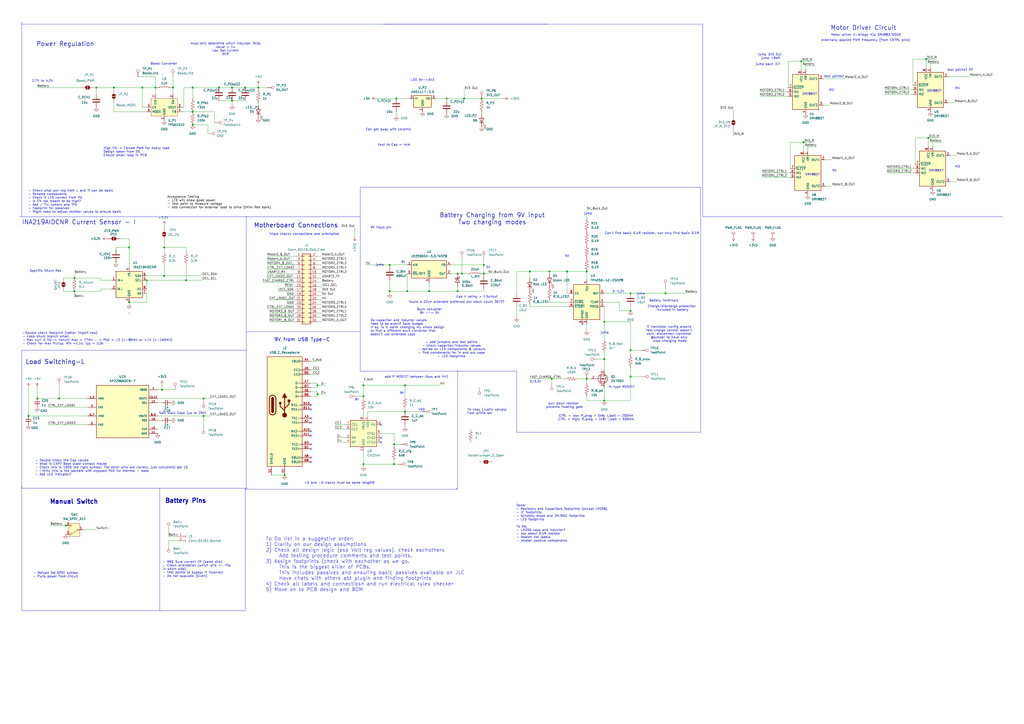
<source format=kicad_sch>
(kicad_sch (version 20250114) (generator "eeschema") (generator_version "9.0")
  (paper "A2")
  (text "Battery Charging from 9V input\nTwo charging modes" (at 285.496 127 0) (effects (font (size 2.54 2.54) (thickness 0.254) (bold yes))))
  (text "found a 22uH extended preferred but stock count 307??" (at 264.922 175.26 0) (effects (font (size 1.27 1.27))))
  (text "N-type MOSFET" (at 360.68 224.536 0) (effects (font (size 1.27 1.27))))
  (text "test points? R?" (at 557.022 40.64 0) (effects (font (size 1.27 1.27))))
  (text "5V" (at 283.21 155.194 0) (effects (font (size 1.27 1.27))))
  (text "INA219AIDCNR Current Sensor - I" (at 45.72 129.032 0) (effects (font (size 2.54 2.54) (thickness 0.254) (bold yes))))
  (text "jump" (at 220.218 153.67 0) (effects (font (size 1.27 1.27))))
  (text "M3" (at 555.498 96.774 0) (effects (font (size 1.27 1.27))))
  (text "externally applied PWM frequency (from CNTRL pins)" (at 502.158 23.368 0) (effects (font (size 1.27 1.27))))
  (text "M4" (at 555.498 51.308 0) (effects (font (size 1.27 1.27))))
  (text "DRV8837" (at 543.052 99.06 0) (effects (font (size 1.27 1.27))))
  (text "CTRL = low: R_prog = 5k6: I_batt = 200mA\nCTRL = high: R_prog = 1k8: I_batt = 600mA" (at 345.694 242.316 0) (effects (font (size 1.27 1.27))))
  (text "Soft Start Caps (up to 25V)\n" (at 105.918 239.776 0) (effects (font (size 1.27 1.27))))
  (text "9V" (at 207.01 231.902 0) (effects (font (size 1.27 1.27))))
  (text "9V" (at 233.172 228.092 0) (effects (font (size 1.27 1.27))))
  (text "Motor driver H-bridge ICs: DRV8837DSGR" (at 502.412 20.32 0) (effects (font (size 1.27 1.27))))
  (text "- Check what pwr req from L and if can be basic\n- Rename components\n- Check if LED correct from PG\n- Is EN not meant to be high?\n- Add / Fix Jumers and TPs\n- Footprint for passives\n- Might need to adjust resistor values to ensure basic" (at 16.256 116.84 0) (effects (font (size 1.27 1.27)) (justify left)))
  (text "M1" (at 484.124 99.06 0) (effects (font (size 1.27 1.27))))
  (text "- Defualt SW_SPDT symbol\n- Pulls power from circuit \n" (at 19.05 333.502 0) (effects (font (size 1.27 1.27) (thickness 0.1588)) (justify left)))
  (text "- add jumpers and test points\n- check capacitor/inductor values\n- decide on LED components & colours\n- find components for in and out caps\n- LED footprints" (at 261.874 202.692 0) (effects (font (size 1.27 1.27))))
  (text "test points?" (at 483.87 44.45 0) (effects (font (size 1.27 1.27))))
  (text "Do capacitor and inductor values \nneed to be exact? Save budget\nIf so, is it worth changing my whole design \nto find a different buck convertor that \ndoesn't use extended caps" (at 214.884 189.992 0) (effects (font (size 1.27 1.27)) (justify left)))
  (text "jump" (at 341.122 123.952 0) (effects (font (size 1.27 1.27))))
  (text "jump" (at 350.774 193.04 0) (effects (font (size 1.27 1.27))))
  (text "Manual Switch" (at 42.926 291.084 0) (effects (font (size 2.54 2.54) (thickness 0.508) (bold yes))))
  (text "Charge/discharge protection \nincluded in battery" (at 390.144 178.816 0) (effects (font (size 1.27 1.27))))
  (text "jump" (at 371.602 170.434 0) (effects (font (size 1.27 1.27))))
  (text "Done:\n- Resistors and Capacitors footprints (except LM256)\n- IC footprints\n- Schottky diode and 2N7002 footprints\n- LED footprints\n\nTo Do:\n- LM256 caps and inductor?\n- ask about 0.4R resistor\n- Neaten net labels\n- relabel passive components" (at 299.466 303.53 0) (effects (font (size 1.27 1.27)) (justify left)))
  (text "-Double check footprint (rather import new)\n- Keep shunt branch small\n- Max curr 0.7A)-> Vshunt max = 77mV - > PGA = /2 (+-80mV or =/4 (+-160mV)\n- Check for max Pullup. Min =1.1k, typ = 3.3k" (at 12.954 196.342 0) (effects (font (size 1.27 1.27)) (justify left)))
  (text "must still determine which inductor. REQ:\nValue = 1u\nLow Sat current\nDCR" (at 130.81 28.448 0) (effects (font (size 1.27 1.27))))
  (text "Motor Driver Circuit" (at 500.888 16.256 0) (effects (font (size 2.54 2.54) (thickness 0.254) (bold yes))))
  (text "add P MOSFET between Vbus and HV?" (at 241.554 218.694 0) (effects (font (size 1.27 1.27))))
  (text "+D and -D tracks must be same length!!" (at 196.85 280.162 0) (effects (font (size 1.27 1.27))))
  (text "Motherboard Connections" (at 171.704 130.81 0) (effects (font (size 2.54 2.54) (thickness 0.3048) (bold yes))))
  (text "5V" (at 328.93 148.59 0) (effects (font (size 1.27 1.27))))
  (text "Vout to Cap < 4cm" (at 228.6 84.074 0) (effects (font (size 1.27 1.27))))
  (text "Buck converter\n9V --> 5V" (at 249.174 180.594 0) (effects (font (size 1.27 1.27))))
  (text "Specific Shunt Res" (at 26.416 157.226 0) (effects (font (size 1.27 1.27))))
  (text "Load Switching-L" (at 32.004 210.058 0) (effects (font (size 2.54 2.54) (thickness 0.3048) (bold yes))))
  (text "To copy (Justin values)\nFoot prints set" (at 271.018 238.76 0) (effects (font (size 1.27 1.27)) (justify left)))
  (text "3-4.2V" (at 358.648 169.164 0) (effects (font (size 1.27 1.27))))
  (text "Battery Terminals" (at 385.064 174.498 0) (effects (font (size 1.27 1.27))))
  (text "Triple checkk connections and orientation" (at 176.53 135.89 0) (effects (font (size 1.27 1.27) (thickness 0.1588))))
  (text "jump each IC?" (at 445.516 37.338 0) (effects (font (size 1.27 1.27))))
  (text "9V input pin" (at 220.98 132.08 0) (effects (font (size 1.27 1.27))))
  (text "M2" (at 482.346 52.324 0) (effects (font (size 1.27 1.27))))
  (text "jump 3V3 Out \njump +Batt" (at 447.04 32.766 0) (effects (font (size 1.27 1.27))))
  (text "DRV8837" (at 471.424 101.346 0) (effects (font (size 1.27 1.27))))
  (text "if transistor config around \nfast charge control doesn't \nwork, disconnect transistor \n@jumper to have only \nslow charging mode" (at 388.62 193.802 0) (effects (font (size 1.27 1.27))))
  (text "High EN-> Forced PWM for heavy load\nDesign taken from DS\nEnsure small loop in PCB" (at 59.944 88.138 0) (effects (font (size 1.27 1.27)) (justify left)))
  (text "- Double check the Cap values\n- What is EXP? Base plate contact maybe\n- Check this is 100% the right symbol. The other pins are correct, just concerend abt 15\n- I think this is the packafe with exposed PAD for thermal - base\n- Add LED indicator?" (at 20.32 271.272 0) (effects (font (size 1.27 1.27)) (justify left)))
  (text "Power Regulation\n " (at 37.846 27.686 0) (effects (font (size 2.54 2.54) (thickness 0.254) (bold yes))))
  (text "Battery Pins\n" (at 107.696 290.576 0) (effects (font (size 2.54 2.54) (thickness 0.508) (bold yes))))
  (text "LDO 5V->3V3\n" (at 245.11 46.482 0) (effects (font (size 1.27 1.27))))
  (text "- 99% Sure correct FP (same dim)\n- Check orientation (which wire +- fits \nin which side)\n- Test points to bypass if incorrect\n- Do not pupulate (Given)\n" (at 94.234 330.2 0) (effects (font (size 1.27 1.27)) (justify left)))
  (text "Boost Converter" (at 94.996 37.084 0) (effects (font (size 1.27 1.27))))
  (text "Can get away with ceramic" (at 225.298 75.184 0) (effects (font (size 1.27 1.27))))
  (text "pull down resistor \nprevents floating gate" (at 327.406 235.204 0) (effects (font (size 1.27 1.27))))
  (text "DRV8837" (at 469.646 54.61 0) (effects (font (size 1.27 1.27))))
  (text "9V from USB Type-C" (at 175.26 197.104 0) (effects (font (size 2 2) (thickness 0.254) (bold yes))))
  (text "Acceptance Testing\n- LED will show good power\n- Test point to measure voltage\n- Add connection for external load to drive (think Res bank)" (at 97.028 117.348 0) (effects (font (size 1.27 1.27)) (justify left)))
  (text "Cap V rating > 1.5xVout" (at 276.606 172.212 0) (effects (font (size 1.27 1.27))))
  (text "To Do list in a suggestive order:\n1) Clarity on our design assumptions\n2) Check all design logic (esp Volt reg values), check eachothers\n	Add testing procedure comments and test points.\n3) Assign footprints (check with eachother as we go.\n	This is the biggest killer of PCBs.\n	This includes passives and ensuring basic passives available on JLC\n	Have chats with others abt plugin and finding footprints\n4) Check all labels and connectiosn and run electrical rules checker\n5) Move on to PCB design and BOM" (at 154.178 327.406 0) (effects (font (size 2.032 2.032) (thickness 0.1588)) (justify left)))
  (text "0/3.3V" (at 310.642 221.488 0) (effects (font (size 1.27 1.27))))
  (text "Can't find basic 0.4R resistor, can only find basic 0.1R" (at 378.206 135.382 0) (effects (font (size 1.27 1.27))))
  (text "VDD" (at 244.602 237.744 0) (effects (font (size 1.27 1.27))))
  (text "DRV8837" (at 542.036 52.832 0) (effects (font (size 1.27 1.27))))
  (text "9V" (at 233.934 152.146 0) (effects (font (size 1.27 1.27))))
  (text "2.7V to 4.2V" (at 24.638 46.99 0) (effects (font (size 1.27 1.27))))
  (junction (at 267.97 158.75))
  (junction (at 134.62 50.8))
  (junction (at 100.33 50.8))
  (junction (at 226.06 153.67))
  (junction (at 340.36 219.71))
  (junction (at 95.25 160.02))
  (junction (at 350.52 208.28))
  (junction (at 149.86 50.8))
  (junction (at 537.21 34.29))
  (junction (at 184.15 223.52))
  (junction (at 210.82 269.24))
  (junction (at 74.93 143.51))
  (junction (at 386.08 170.18))
  (junction (at 134.62 58.42))
  (junction (at 265.43 168.91))
  (junction (at 66.04 50.8))
  (junction (at 365.76 218.44))
  (junction (at 111.76 72.39))
  (junction (at 21.59 231.14))
  (junction (at 34.29 231.14))
  (junction (at 228.6 257.81))
  (junction (at 93.98 226.06))
  (junction (at 85.09 162.56))
  (junction (at 210.82 223.52))
  (junction (at 234.95 238.76))
  (junction (at 248.92 168.91))
  (junction (at 279.4 57.15))
  (junction (at 538.48 80.01))
  (junction (at 226.06 168.91))
  (junction (at 229.87 57.15))
  (junction (at 234.95 223.52))
  (junction (at 365.76 170.18))
  (junction (at 165.1 275.59))
  (junction (at 320.04 219.71))
  (junction (at 111.76 50.8))
  (junction (at 464.82 35.56))
  (junction (at 16.51 241.3))
  (junction (at 307.34 157.48))
  (junction (at 228.6 269.24))
  (junction (at 340.36 157.48))
  (junction (at 118.11 241.3))
  (junction (at 142.24 50.8))
  (junction (at 82.55 50.8))
  (junction (at 328.93 157.48))
  (junction (at 365.76 180.34))
  (junction (at 236.22 168.91))
  (junction (at 74.93 175.26))
  (junction (at 107.95 162.56))
  (junction (at 365.76 203.2))
  (junction (at 280.67 158.75))
  (junction (at 43.18 168.91))
  (junction (at 184.15 228.6))
  (junction (at 38.1 304.8))
  (junction (at 43.18 161.29))
  (junction (at 127 50.8))
  (junction (at 269.24 57.15))
  (junction (at 350.52 186.69))
  (junction (at 95.25 143.51))
  (junction (at 350.52 232.41))
  (junction (at 55.88 50.8))
  (junction (at 90.17 50.8))
  (junction (at 265.43 158.75))
  (junction (at 318.77 157.48))
  (junction (at 118.11 231.14))
  (junction (at 210.82 229.87))
  (junction (at 280.67 153.67))
  (junction (at 466.09 82.55))
  (junction (at 259.08 57.15))
  (junction (at 111.76 64.77))
  (no_connect (at 220.98 256.54))
  (no_connect (at 220.98 246.38))
  (no_connect (at 337.82 187.96))
  (no_connect (at 180.34 257.81))
  (no_connect (at 180.34 234.95))
  (no_connect (at 180.34 250.19))
  (no_connect (at 180.34 245.11))
  (no_connect (at 180.34 260.35))
  (no_connect (at 180.34 265.43))
  (no_connect (at 180.34 267.97))
  (no_connect (at 180.34 242.57))
  (no_connect (at 220.98 254))
  (no_connect (at 180.34 252.73))
  (no_connect (at 180.34 237.49))
  (wire (pts (xy 66.04 50.8) (xy 66.04 52.07)))
  (wire (pts (xy 236.22 168.91) (xy 248.92 168.91)))
  (wire (pts (xy 195.58 256.54) (xy 200.66 256.54)))
  (wire (pts (xy 226.06 168.91) (xy 226.06 162.56)))
  (wire (pts (xy 74.93 138.43) (xy 74.93 143.51)))
  (wire (pts (xy 478.79 92.71) (xy 482.6 92.71)))
  (wire (pts (xy 27.94 246.38) (xy 50.8 246.38)))
  (wire (pts (xy 118.11 231.14) (xy 121.92 231.14)))
  (wire (pts (xy 514.35 100.33) (xy 530.86 100.33)))
  (wire (pts (xy 180.34 217.17) (xy 185.42 217.17)))
  (wire (pts (xy 91.44 233.68) (xy 93.98 233.68)))
  (wire (pts (xy 43.18 168.91) (xy 58.42 168.91)))
  (wire (pts (xy 91.44 231.14) (xy 118.11 231.14)))
  (wire (pts (xy 43.18 168.91) (xy 43.18 172.72)))
  (polyline (pts (xy 264.795 283.21) (xy 265.43 283.21)))
  (wire (pts (xy 279.4 64.77) (xy 279.4 66.04)))
  (wire (pts (xy 220.98 251.46) (xy 228.6 251.46)))
  (wire (pts (xy 91.44 243.84) (xy 93.98 243.84)))
  (wire (pts (xy 261.62 153.67) (xy 280.67 153.67)))
  (wire (pts (xy 365.76 213.36) (xy 365.76 218.44)))
  (wire (pts (xy 350.52 208.28) (xy 350.52 214.63)))
  (wire (pts (xy 29.21 304.8) (xy 38.1 304.8)))
  (wire (pts (xy 184.15 222.25) (xy 184.15 223.52)))
  (wire (pts (xy 365.76 177.8) (xy 365.76 180.34)))
  (wire (pts (xy 551.18 105.41) (xy 554.99 105.41)))
  (wire (pts (xy 184.15 171.45) (xy 186.69 171.45)))
  (wire (pts (xy 328.93 157.48) (xy 328.93 170.18)))
  (wire (pts (xy 95.25 143.51) (xy 107.95 143.51)))
  (wire (pts (xy 537.21 39.37) (xy 537.21 34.29)))
  (wire (pts (xy 156.21 173.99) (xy 171.45 173.99)))
  (wire (pts (xy 228.6 257.81) (xy 232.41 257.81)))
  (wire (pts (xy 184.15 151.13) (xy 186.69 151.13)))
  (wire (pts (xy 107.95 162.56) (xy 116.84 162.56)))
  (wire (pts (xy 441.96 100.33) (xy 458.47 100.33)))
  (wire (pts (xy 218.44 57.15) (xy 229.87 57.15)))
  (wire (pts (xy 279.4 158.75) (xy 280.67 158.75)))
  (wire (pts (xy 149.86 52.07) (xy 149.86 50.8)))
  (wire (pts (xy 299.72 177.8) (xy 299.72 184.15)))
  (wire (pts (xy 541.02 82.55) (xy 541.02 85.09)))
  (wire (pts (xy 252.73 57.15) (xy 259.08 57.15)))
  (wire (pts (xy 90.17 50.8) (xy 90.17 54.61)))
  (wire (pts (xy 269.24 52.07) (xy 269.24 57.15)))
  (wire (pts (xy 350.52 186.69) (xy 350.52 196.85)))
  (wire (pts (xy 365.76 203.2) (xy 365.76 186.69)))
  (wire (pts (xy 210.82 220.98) (xy 210.82 223.52)))
  (wire (pts (xy 184.15 161.29) (xy 186.69 161.29)))
  (wire (pts (xy 340.36 229.87) (xy 340.36 232.41)))
  (wire (pts (xy 546.1 82.55) (xy 541.02 82.55)))
  (wire (pts (xy 234.95 238.76) (xy 245.11 238.76)))
  (wire (pts (xy 210.82 223.52) (xy 210.82 229.87)))
  (wire (pts (xy 318.77 157.48) (xy 328.93 157.48)))
  (wire (pts (xy 425.45 78.74) (xy 425.45 74.93)))
  (wire (pts (xy 55.88 50.8) (xy 66.04 50.8)))
  (wire (pts (xy 340.36 162.56) (xy 340.36 157.48)))
  (wire (pts (xy 154.94 151.13) (xy 171.45 151.13)))
  (polyline (pts (xy 12.7 203.2) (xy 96.52 203.2)))
  (wire (pts (xy 184.15 228.6) (xy 184.15 229.87)))
  (wire (pts (xy 55.88 50.8) (xy 55.88 54.61)))
  (wire (pts (xy 365.76 218.44) (xy 372.11 218.44)))
  (polyline (pts (xy 265.43 214.63) (xy 265.43 284.48)))
  (wire (pts (xy 74.93 175.26) (xy 85.09 175.26)))
  (wire (pts (xy 74.93 175.26) (xy 74.93 176.53)))
  (wire (pts (xy 90.17 50.8) (xy 91.44 50.8)))
  (wire (pts (xy 74.93 143.51) (xy 74.93 154.94)))
  (wire (pts (xy 236.22 158.75) (xy 236.22 168.91)))
  (wire (pts (xy 477.52 45.72) (xy 490.22 45.72)))
  (polyline (pts (xy 406.4 125.73) (xy 406.4 250.825)))
  (wire (pts (xy 538.48 85.09) (xy 538.48 80.01)))
  (wire (pts (xy 111.76 50.8) (xy 111.76 57.15)))
  (wire (pts (xy 36.83 168.91) (xy 43.18 168.91)))
  (wire (pts (xy 340.36 232.41) (xy 350.52 232.41)))
  (polyline (pts (xy 12.7 125.73) (xy 12.7 12.7)))
  (wire (pts (xy 259.08 57.15) (xy 269.24 57.15)))
  (wire (pts (xy 464.82 40.64) (xy 464.82 35.56)))
  (wire (pts (xy 102.87 311.15) (xy 97.79 311.15)))
  (wire (pts (xy 154.94 148.59) (xy 171.45 148.59)))
  (wire (pts (xy 514.35 97.79) (xy 530.86 97.79)))
  (wire (pts (xy 234.95 223.52) (xy 255.27 223.52)))
  (wire (pts (xy 365.76 186.69) (xy 350.52 186.69)))
  (wire (pts (xy 100.33 54.61) (xy 100.33 50.8)))
  (wire (pts (xy 467.36 38.1) (xy 467.36 40.64)))
  (wire (pts (xy 365.76 232.41) (xy 350.52 232.41)))
  (wire (pts (xy 226.06 153.67) (xy 236.22 153.67)))
  (wire (pts (xy 350.52 177.8) (xy 350.52 186.69)))
  (wire (pts (xy 307.34 177.8) (xy 307.34 176.53)))
  (wire (pts (xy 280.67 158.75) (xy 283.21 158.75)))
  (wire (pts (xy 440.69 53.34) (xy 457.2 53.34)))
  (wire (pts (xy 180.34 229.87) (xy 184.15 229.87)))
  (wire (pts (xy 458.47 97.79) (xy 458.47 82.55)))
  (wire (pts (xy 100.33 44.45) (xy 100.33 50.8)))
  (wire (pts (xy 16.51 241.3) (xy 16.51 224.79)))
  (wire (pts (xy 180.34 227.33) (xy 184.15 227.33)))
  (wire (pts (xy 180.34 224.79) (xy 184.15 224.79)))
  (wire (pts (xy 111.76 50.8) (xy 127 50.8)))
  (wire (pts (xy 279.4 57.15) (xy 292.1 57.15)))
  (wire (pts (xy 248.92 168.91) (xy 248.92 163.83)))
  (wire (pts (xy 234.95 237.49) (xy 234.95 238.76)))
  (polyline (pts (xy 208.915 215.265) (xy 208.915 125.73)))
  (wire (pts (xy 538.48 80.01) (xy 544.83 80.01)))
  (wire (pts (xy 184.15 223.52) (xy 189.23 223.52)))
  (wire (pts (xy 350.52 204.47) (xy 350.52 208.28)))
  (wire (pts (xy 118.11 241.3) (xy 118.11 247.65)))
  (wire (pts (xy 85.09 170.18) (xy 85.09 175.26)))
  (wire (pts (xy 134.62 58.42) (xy 134.62 60.96)))
  (polyline (pts (xy 317.5 13.97) (xy 222.25 13.97)))
  (wire (pts (xy 307.34 157.48) (xy 318.77 157.48)))
  (wire (pts (xy 280.67 153.67) (xy 280.67 158.75)))
  (wire (pts (xy 21.59 231.14) (xy 34.29 231.14)))
  (wire (pts (xy 34.29 231.14) (xy 50.8 231.14)))
  (wire (pts (xy 165.1 166.37) (xy 171.45 166.37)))
  (wire (pts (xy 194.31 248.92) (xy 200.66 248.92)))
  (wire (pts (xy 365.76 218.44) (xy 365.76 232.41)))
  (wire (pts (xy 184.15 181.61) (xy 186.69 181.61)))
  (wire (pts (xy 365.76 203.2) (xy 372.11 203.2)))
  (wire (pts (xy 210.82 270.51) (xy 210.82 269.24)))
  (wire (pts (xy 184.15 168.91) (xy 186.69 168.91)))
  (wire (pts (xy 478.79 107.95) (xy 482.6 107.95)))
  (polyline (pts (xy 142.875 125.73) (xy 142.875 203.2)))
  (wire (pts (xy 106.68 62.23) (xy 106.68 50.8)))
  (wire (pts (xy 267.97 158.75) (xy 271.78 158.75)))
  (wire (pts (xy 82.55 50.8) (xy 90.17 50.8)))
  (polyline (pts (xy 142.24 354.33) (xy 12.7 354.33)))
  (wire (pts (xy 38.1 304.8) (xy 39.37 304.8)))
  (polyline (pts (xy 406.4 250.825) (xy 299.72 250.825)))
  (wire (pts (xy 43.18 161.29) (xy 58.42 161.29)))
  (wire (pts (xy 93.98 226.06) (xy 93.98 223.52)))
  (wire (pts (xy 350.52 224.79) (xy 350.52 232.41)))
  (polyline (pts (xy 264.795 283.845) (xy 264.795 283.21)))
  (wire (pts (xy 124.46 71.12) (xy 124.46 64.77)))
  (wire (pts (xy 95.25 139.7) (xy 95.25 143.51)))
  (wire (pts (xy 184.15 153.67) (xy 186.69 153.67)))
  (polyline (pts (xy 406.4 108.585) (xy 406.4 125.73)))
  (wire (pts (xy 425.45 67.31) (xy 425.45 63.5)))
  (wire (pts (xy 318.77 157.48) (xy 318.77 158.75)))
  (wire (pts (xy 259.08 57.15) (xy 259.08 58.42)))
  (wire (pts (xy 149.86 50.8) (xy 154.94 50.8)))
  (wire (pts (xy 21.59 224.79) (xy 21.59 231.14)))
  (wire (pts (xy 195.58 254) (xy 200.66 254)))
  (wire (pts (xy 265.43 166.37) (xy 265.43 168.91)))
  (wire (pts (xy 328.93 157.48) (xy 340.36 157.48)))
  (wire (pts (xy 184.15 173.99) (xy 186.69 173.99)))
  (wire (pts (xy 228.6 257.81) (xy 228.6 259.08)))
  (wire (pts (xy 93.98 226.06) (xy 101.6 226.06)))
  (wire (pts (xy 340.36 121.92) (xy 340.36 127)))
  (wire (pts (xy 330.2 175.26) (xy 318.77 175.26)))
  (wire (pts (xy 464.82 35.56) (xy 471.17 35.56)))
  (wire (pts (xy 530.86 95.25) (xy 530.86 80.01)))
  (wire (pts (xy 184.15 176.53) (xy 186.69 176.53)))
  (wire (pts (xy 91.44 241.3) (xy 118.11 241.3)))
  (wire (pts (xy 97.79 307.34) (xy 97.79 311.15)))
  (wire (pts (xy 340.36 219.71) (xy 342.9 219.71)))
  (wire (pts (xy 154.94 156.21) (xy 171.45 156.21)))
  (wire (pts (xy 330.2 170.18) (xy 328.93 170.18)))
  (wire (pts (xy 440.69 55.88) (xy 457.2 55.88)))
  (wire (pts (xy 226.06 154.94) (xy 226.06 153.67)))
  (wire (pts (xy 154.94 179.07) (xy 171.45 179.07)))
  (wire (pts (xy 97.79 313.69) (xy 97.79 316.23)))
  (polyline (pts (xy 143.51 283.21) (xy 12.7 283.21)))
  (polyline (pts (xy 92.71 283.21) (xy 92.71 354.33)))
  (wire (pts (xy 157.48 275.59) (xy 165.1 275.59)))
  (wire (pts (xy 184.15 158.75) (xy 186.69 158.75)))
  (wire (pts (xy 513.08 54.61) (xy 529.59 54.61)))
  (wire (pts (xy 229.87 64.77) (xy 229.87 67.31)))
  (polyline (pts (xy 407.67 125.73) (xy 581.66 125.73)))
  (wire (pts (xy 180.34 214.63) (xy 185.42 214.63)))
  (wire (pts (xy 85.09 162.56) (xy 107.95 162.56)))
  (wire (pts (xy 64.77 162.56) (xy 58.42 162.56)))
  (wire (pts (xy 69.85 138.43) (xy 74.93 138.43)))
  (wire (pts (xy 43.18 158.75) (xy 43.18 161.29)))
  (wire (pts (xy 477.52 60.96) (xy 481.33 60.96)))
  (wire (pts (xy 54.61 50.8) (xy 55.88 50.8)))
  (wire (pts (xy 226.06 170.18) (xy 226.06 168.91)))
  (wire (pts (xy 194.31 246.38) (xy 200.66 246.38)))
  (wire (pts (xy 161.29 168.91) (xy 171.45 168.91)))
  (wire (pts (xy 48.26 307.34) (xy 55.88 307.34)))
  (wire (pts (xy 105.41 62.23) (xy 106.68 62.23)))
  (wire (pts (xy 441.96 102.87) (xy 458.47 102.87)))
  (polyline (pts (xy 12.7 281.94) (xy 12.7 354.33)))
  (polyline (pts (xy 142.875 192.405) (xy 208.915 192.405)))
  (wire (pts (xy 67.31 143.51) (xy 74.93 143.51)))
  (wire (pts (xy 152.4 163.83) (xy 171.45 163.83)))
  (wire (pts (xy 359.41 180.34) (xy 365.76 180.34)))
  (wire (pts (xy 280.67 149.86) (xy 280.67 153.67)))
  (wire (pts (xy 184.15 186.69) (xy 186.69 186.69)))
  (wire (pts (xy 207.01 229.87) (xy 210.82 229.87)))
  (wire (pts (xy 156.21 186.69) (xy 171.45 186.69)))
  (wire (pts (xy 134.62 58.42) (xy 142.24 58.42)))
  (wire (pts (xy 27.94 236.22) (xy 50.8 236.22)))
  (wire (pts (xy 134.62 50.8) (xy 142.24 50.8)))
  (wire (pts (xy 50.8 241.3) (xy 16.51 241.3)))
  (wire (pts (xy 85.09 160.02) (xy 95.25 160.02)))
  (wire (pts (xy 118.11 241.3) (xy 121.92 241.3)))
  (wire (pts (xy 299.72 157.48) (xy 307.34 157.48)))
  (wire (pts (xy 82.55 50.8) (xy 82.55 62.23)))
  (wire (pts (xy 320.04 219.71) (xy 320.04 222.25)))
  (wire (pts (xy 95.25 153.67) (xy 95.25 160.02)))
  (wire (pts (xy 261.62 158.75) (xy 265.43 158.75)))
  (wire (pts (xy 359.41 175.26) (xy 359.41 180.34)))
  (wire (pts (xy 99.06 50.8) (xy 100.33 50.8)))
  (wire (pts (xy 34.29 223.52) (xy 34.29 231.14)))
  (wire (pts (xy 210.82 269.24) (xy 210.82 261.62)))
  (wire (pts (xy 156.21 181.61) (xy 171.45 181.61)))
  (wire (pts (xy 120.65 72.39) (xy 111.76 72.39)))
  (wire (pts (xy 154.94 153.67) (xy 171.45 153.67)))
  (wire (pts (xy 549.91 44.45) (xy 562.61 44.45)))
  (polyline (pts (xy 142.24 283.21) (xy 142.24 354.33)))
  (polyline (pts (xy 299.72 215.265) (xy 208.915 215.265)))
  (wire (pts (xy 105.41 64.77) (xy 111.76 64.77)))
  (wire (pts (xy 267.97 149.86) (xy 267.97 158.75)))
  (wire (pts (xy 149.86 59.69) (xy 149.86 60.96)))
  (wire (pts (xy 513.08 52.07) (xy 529.59 52.07)))
  (wire (pts (xy 184.15 184.15) (xy 186.69 184.15)))
  (wire (pts (xy 107.95 153.67) (xy 107.95 162.56)))
  (wire (pts (xy 166.37 171.45) (xy 171.45 171.45)))
  (wire (pts (xy 457.2 50.8) (xy 457.2 35.56)))
  (wire (pts (xy 537.21 34.29) (xy 543.56 34.29)))
  (wire (pts (xy 340.36 219.71) (xy 340.36 222.25)))
  (wire (pts (xy 299.72 157.48) (xy 299.72 170.18)))
  (wire (pts (xy 142.24 50.8) (xy 149.86 50.8)))
  (wire (pts (xy 365.76 205.74) (xy 365.76 203.2)))
  (polyline (pts (xy 11.43 125.73) (xy 143.51 125.73)))
  (wire (pts (xy 21.59 50.8) (xy 46.99 50.8)))
  (wire (pts (xy 530.86 80.01) (xy 538.48 80.01)))
  (wire (pts (xy 350.52 170.18) (xy 365.76 170.18)))
  (polyline (pts (xy 407.67 13.97) (xy 317.5 13.97)))
  (wire (pts (xy 106.68 50.8) (xy 111.76 50.8)))
  (wire (pts (xy 80.01 44.45) (xy 90.17 44.45)))
  (wire (pts (xy 457.2 35.56) (xy 464.82 35.56)))
  (polyline (pts (xy 142.24 283.21) (xy 142.24 284.48)))
  (wire (pts (xy 67.31 144.78) (xy 67.31 143.51)))
  (wire (pts (xy 64.77 167.64) (xy 58.42 167.64)))
  (wire (pts (xy 166.37 176.53) (xy 171.45 176.53)))
  (wire (pts (xy 549.91 59.69) (xy 553.72 59.69)))
  (wire (pts (xy 120.65 77.47) (xy 120.65 72.39)))
  (polyline (pts (xy 142.875 203.2) (xy 96.52 203.2)))
  (wire (pts (xy 280.67 167.64) (xy 280.67 168.91)))
  (wire (pts (xy 205.74 132.08) (xy 205.74 137.16)))
  (wire (pts (xy 234.95 246.38) (xy 234.95 247.65)))
  (wire (pts (xy 386.08 170.18) (xy 397.51 170.18)))
  (wire (pts (xy 229.87 57.15) (xy 237.49 57.15)))
  (wire (pts (xy 228.6 269.24) (xy 231.14 269.24)))
  (wire (pts (xy 307.34 157.48) (xy 307.34 161.29)))
  (wire (pts (xy 458.47 82.55) (xy 466.09 82.55)))
  (wire (pts (xy 265.43 168.91) (xy 280.67 168.91)))
  (wire (pts (xy 350.52 175.26) (xy 359.41 175.26)))
  (wire (pts (xy 539.75 36.83) (xy 539.75 39.37)))
  (wire (pts (xy 184.15 228.6) (xy 189.23 228.6)))
  (wire (pts (xy 318.77 175.26) (xy 318.77 173.99)))
  (wire (pts (xy 91.44 226.06) (xy 93.98 226.06)))
  (wire (pts (xy 386.08 166.37) (xy 386.08 170.18)))
  (wire (pts (xy 85.09 162.56) (xy 85.09 167.64)))
  (wire (pts (xy 340.36 187.96) (xy 340.36 191.77)))
  (wire (pts (xy 544.83 36.83) (xy 539.75 36.83)))
  (wire (pts (xy 184.15 148.59) (xy 186.69 148.59)))
  (polyline (pts (xy 142.875 125.73) (xy 208.915 125.73)))
  (wire (pts (xy 127 58.42) (xy 134.62 58.42)))
  (wire (pts (xy 95.25 130.81) (xy 95.25 132.08)))
  (wire (pts (xy 156.21 184.15) (xy 171.45 184.15)))
  (wire (pts (xy 66.04 64.77) (xy 85.09 64.77)))
  (wire (pts (xy 184.15 163.83) (xy 186.69 163.83)))
  (wire (pts (xy 95.25 143.51) (xy 95.25 146.05)))
  (wire (pts (xy 210.82 238.76) (xy 210.82 241.3)))
  (wire (pts (xy 127 50.8) (xy 134.62 50.8)))
  (wire (pts (xy 107.95 143.51) (xy 107.95 146.05)))
  (wire (pts (xy 212.09 153.67) (xy 226.06 153.67)))
  (wire (pts (xy 58.42 162.56) (xy 58.42 161.29)))
  (wire (pts (xy 184.15 179.07) (xy 186.69 179.07)))
  (wire (pts (xy 102.87 313.69) (xy 97.79 313.69)))
  (wire (pts (xy 210.82 223.52) (xy 234.95 223.52)))
  (wire (pts (xy 118.11 231.14) (xy 118.11 232.41)))
  (wire (pts (xy 184.15 223.52) (xy 184.15 224.79)))
  (polyline (pts (xy 142.875 203.2) (xy 142.875 283.845)))
  (wire (pts (xy 269.24 57.15) (xy 279.4 57.15)))
  (polyline (pts (xy 142.875 283.845) (xy 264.795 283.845)))
  (wire (pts (xy 265.43 158.75) (xy 267.97 158.75)))
  (wire (pts (xy 466.09 87.63) (xy 466.09 82.55)))
  (wire (pts (xy 66.04 50.8) (xy 82.55 50.8)))
  (wire (pts (xy 529.59 34.29) (xy 537.21 34.29)))
  (wire (pts (xy 154.94 158.75) (xy 171.45 158.75)))
  (wire (pts (xy 95.25 160.02) (xy 116.84 160.02)))
  (wire (pts (xy 124.46 64.77) (xy 111.76 64.77)))
  (wire (pts (xy 473.71 85.09) (xy 468.63 85.09)))
  (wire (pts (xy 149.86 49.53) (xy 149.86 50.8)))
  (wire (pts (xy 472.44 38.1) (xy 467.36 38.1)))
  (wire (pts (xy 36.83 161.29) (xy 43.18 161.29)))
  (wire (pts (xy 551.18 90.17) (xy 554.99 90.17)))
  (wire (pts (xy 346.71 208.28) (xy 350.52 208.28)))
  (wire (pts (xy 90.17 50.8) (xy 90.17 44.45)))
  (wire (pts (xy 85.09 62.23) (xy 82.55 62.23)))
  (wire (pts (xy 213.36 238.76) (xy 234.95 238.76)))
  (polyline (pts (xy 299.72 250.825) (xy 299.72 215.265)))
  (wire (pts (xy 154.94 161.29) (xy 171.45 161.29)))
  (wire (pts (xy 228.6 269.24) (xy 210.82 269.24)))
  (polyline (pts (xy 12.7 13.97) (xy 317.5 13.97)))
  (polyline (pts (xy 208.915 108.585) (xy 406.4 108.585)))
  (wire (pts (xy 180.34 209.55) (xy 186.69 209.55)))
  (wire (pts (xy 307.34 219.71) (xy 320.04 219.71)))
  (wire (pts (xy 529.59 49.53) (xy 529.59 34.29)))
  (wire (pts (xy 228.6 266.7) (xy 228.6 269.24)))
  (wire (pts (xy 365.76 170.18) (xy 386.08 170.18)))
  (wire (pts (xy 248.92 168.91) (xy 265.43 168.91)))
  (wire (pts (xy 468.63 85.09) (xy 468.63 87.63)))
  (wire (pts (xy 58.42 167.64) (xy 58.42 168.91)))
  (wire (pts (xy 466.09 82.55) (xy 472.44 82.55)))
  (wire (pts (xy 226.06 168.91) (xy 236.22 168.91)))
  (wire (pts (xy 335.28 219.71) (xy 340.36 219.71)))
  (wire (pts (xy 210.82 229.87) (xy 210.82 231.14)))
  (wire (pts (xy 184.15 156.21) (xy 186.69 156.21)))
  (wire (pts (xy 213.36 241.3) (xy 213.36 238.76)))
  (wire (pts (xy 234.95 223.52) (xy 234.95 229.87)))
  (wire (pts (xy 320.04 219.71) (xy 327.66 219.71)))
  (wire (pts (xy 307.34 177.8) (xy 330.2 177.8)))
  (polyline (pts (xy 407.67 125.73) (xy 407.67 13.97)))
  (wire (pts (xy 180.34 222.25) (xy 184.15 222.25)))
  (wire (pts (xy 66.04 59.69) (xy 66.04 64.77)))
  (wire (pts (xy 184.15 166.37) (xy 186.69 166.37)))
  (wire (pts (xy 228.6 251.46) (xy 228.6 257.81)))
  (wire (pts (xy 184.15 227.33) (xy 184.15 228.6)))
  (wire (pts (xy 280.67 158.75) (xy 280.67 160.02)))
  (polyline (pts (xy 12.7 203.2) (xy 12.7 283.21)))
  (polyline (pts (xy 208.915 125.73) (xy 208.915 108.585)))
  (label "3V3 Out" (at 186.69 168.91 0))
  (label "CC2" (at 185.42 217.17 180))
  (label "I2C1_SCL" (at 186.69 166.37 0))
  (label "CTRL_EXT_LOAD2" (at 27.94 246.38 0))
  (label "Battery" (at 397.51 170.18 0))
  (label "MOTOR2_CTRL1" (at 440.69 53.34 0))
  (label "GND" (at 166.37 171.45 0))
  (label "5V_Buck_Out" (at 340.36 121.92 0))
  (label "Motor2_B_OUT" (at 154.94 148.59 0))
  (label "MOTOR3_B_OUT" (at 156.21 184.15 0))
  (label "MOTOR1_CTRL2" (at 186.69 184.15 0))
  (label "Batt+" (at 97.79 311.15 0))
  (label "D-" (at 195.58 254 0))
  (label "3V3 Out" (at 269.24 52.07 0))
  (label "Motor1_A_OUT" (at 482.6 92.71 0))
  (label "USART2_RX" (at 154.94 158.75 0))
  (label "MOTOR1_A_OUT" (at 186.69 186.69 0))
  (label "3V3 Out" (at 205.74 132.08 180))
  (label "MOTOR3_CTRL2" (at 186.69 179.07 0))
  (label "V_bus" (at 186.69 209.55 180))
  (label "CC2" (at 194.31 248.92 0))
  (label "CC1" (at 194.31 246.38 0))
  (label "MOTOR3_CTRL2" (at 514.35 100.33 0))
  (label "HV" (at 255.27 223.52 0))
  (label "RESV" (at 165.1 166.37 0))
  (label "MOTOR2_CTRL2" (at 186.69 153.67 0))
  (label "MOTOR4_CTRL1" (at 186.69 156.21 0))
  (label "Battery" (at 186.69 163.83 0))
  (label "FAST_CHARGE_CTRL" (at 307.34 219.71 0))
  (label "MOTOR1_CTRL1" (at 186.69 181.61 0))
  (label "MOTOR3_B OUT" (at 156.21 181.61 0))
  (label "MOTOR2_CTRL1" (at 186.69 151.13 0))
  (label "Motor4_B_OUT" (at 553.72 59.69 0))
  (label "MOTOR4_CTRL2" (at 186.69 158.75 0))
  (label "MOTOR4_CTRL2" (at 513.08 54.61 0))
  (label "HV" (at 186.69 173.99 0))
  (label "Switch-" (at 55.88 307.34 0))
  (label "USART2_TX" (at 186.69 161.29 0))
  (label "EXT_LOAD1_OUT" (at 121.92 231.14 0))
  (label "3V3_M" (at 544.83 80.01 180))
  (label "3V3_M" (at 425.45 78.74 0))
  (label "D+" (at 195.58 256.54 0))
  (label "Battery" (at 21.59 50.8 0))
  (label "Battery" (at 472.44 38.1 180))
  (label "Motor2_B_OUT" (at 481.33 60.96 0))
  (label "EXT_LOAD2_OUT" (at 154.94 161.29 0))
  (label "I2C1_SCL" (at 116.84 162.56 0))
  (label "3V3_M" (at 471.17 35.56 180))
  (label "3V3 Out" (at 425.45 63.5 180))
  (label "MOTOR1_CTRL1" (at 441.96 100.33 0))
  (label "3V3_M" (at 543.56 34.29 180))
  (label "CTRL_EXT_LOAD1" (at 154.94 179.07 0))
  (label "Motor3_B_OUT" (at 554.99 105.41 0))
  (label "Battery" (at 29.21 304.8 0))
  (label "MOTOR4_B_OUT_" (at 154.94 153.67 0))
  (label "D-" (at 189.23 223.52 180))
  (label "MOTOR1_B_OUT" (at 156.21 186.69 0))
  (label "GND" (at 166.37 176.53 0))
  (label "I2C1_SDA" (at 161.29 168.91 0))
  (label "EXT_LOAD1_OUT" (at 156.21 173.99 0))
  (label "Motor1_B_OUT" (at 482.6 107.95 0))
  (label "CTRL_EXT_LOAD1" (at 27.94 236.22 0))
  (label "MOTOR4_CTRL1" (at 513.08 52.07 0))
  (label "MOTOR3_CTRL1" (at 514.35 97.79 0))
  (label "Motor2_A_OUT" (at 490.22 45.72 0))
  (label "MOTOR3_CTRL1" (at 186.69 176.53 0))
  (label "Battery" (at 544.83 36.83 180))
  (label "5V Out" (at 186.69 171.45 0))
  (label "V_bus" (at 210.82 220.98 0))
  (label "Motor2_A_OUT" (at 186.69 148.59 0))
  (label "CC1" (at 185.42 214.63 180))
  (label "EXT_LOAD2_OUT" (at 121.92 241.3 0))
  (label "Batt+" (at 43.18 172.72 0))
  (label "Battery" (at 43.18 158.75 0))
  (label "Battery" (at 546.1 82.55 180))
  (label "3V3_M" (at 472.44 82.55 180))
  (label "MOTOR1_CTRL2" (at 441.96 102.87 0))
  (label "Battery" (at 473.71 85.09 180))
  (label "Motor3_A_OUT" (at 554.99 90.17 0))
  (label "I2C1_SDA" (at 116.84 160.02 0))
  (label "Motor4_A_OUT" (at 562.61 44.45 0))
  (label "D+" (at 189.23 228.6 180))
  (label "FAST_CHARGE_CTRL" (at 152.4 163.83 0))
  (label "MOTOR2_CTRL2" (at 440.69 55.88 0))
  (label "5V_Buck_Out" (at 283.21 158.75 0))
  (label "CTRL_EXT_LOAD2" (at 154.94 156.21 0))
  (label "HV" (at 212.09 153.67 0))
  (label "Motor4_A_OUT" (at 154.94 151.13 0))
  (symbol (lib_id "power:PWR_FLAG") (at 436.88 137.16 0) (unit 1)
    (property "Reference" "#FLG02" (effects (hide yes)))
    (property "Value" "PWR_FLAG" (at 436.88 132.08 0))
    (property "Description" "Special symbol for telling ERC where power comes from" (effects (hide yes)))
  )
  (symbol (lib_id "Jumper:SolderJumper_2_Open") (at 281.94 267.97 0) (unit 1) (exclude_from_sim yes) (in_bom no)
    (property "Reference" "JP1" (at 281.94 261.62 0))
    (property "Value" "SolderJumper_2_Open" (at 281.94 264.16 0))
    (property "Description" "Solder Jumper, 2-pole, open" (effects (hide yes)))
  )
  (symbol (lib_id "Connector:TestPoint") (at 101.6 226.06 0) (unit 1)
    (property "Reference" "TP21" (at 104.14 221.4879 0) (effects (justify left)))
    (property "Value" "TestPoint" (at 104.14 224.0279 0) (effects (justify left)))
    (property "Footprint" "TestPoint:TestPoint_Pad_D2.0mm" (effects (hide yes)))
    (property "Description" "test point" (effects (hide yes)))
  )
  (symbol (lib_id "Device:C") (at 127 54.61 180) (unit 1)
    (property "Reference" "C_P(out)1" (at 117.856 52.324 0) (effects (justify right)))
    (property "Value" "22u" (at 122.682 56.896 0) (effects (justify right)))
    (property "Footprint" "Capacitor_SMD:C_0603_1608Metric_Pad1.08x0.95mm_HandSolder" (effects (hide yes)))
    (property "Description" "Unpolarized capacitor" (effects (hide yes)))
  )
  (symbol (lib_id "Device:C") (at 259.08 62.23 180) (unit 1)
    (property "Reference" "C_P(in)2" (at 261.112 58.928 0) (effects (justify right)))
    (property "Value" "22u" (at 262.89 64.77 0) (effects (justify right)))
    (property "Footprint" "Capacitor_SMD:C_0603_1608Metric_Pad1.08x0.95mm_HandSolder" (effects (hide yes)))
    (property "Description" "Unpolarized capacitor" (effects (hide yes)))
  )
  (symbol (lib_id "power:GND") (at 467.36 66.04 0) (unit 1)
    (property "Reference" "#PWR09" (effects (hide yes)))
    (property "Value" "GND" (at 467.36 71.12 0))
    (property "Description" "Power symbol creates a global label with name \"GND\" , ground" (effects (hide yes)))
  )
  (symbol (lib_id "Battery_Management:TP4056-42-ESOP8") (at 340.36 175.26 0) (unit 1)
    (property "Reference" "U3" (at 342.5033 160.02 0) (effects (justify left)))
    (property "Value" "TP4056-42-ESOP8" (at 342.5033 162.56 0) (effects (justify left)))
    (property "Footprint" "TP4056-42-ESOP8:SOIC127P600X175-9N" (effects (hide yes)))
    (property "Datasheet" "https://jlcpcb.com/api/file/downloadByFileSystemAccessId/8588879072461508608" (effects (hide yes)))
    (property "Description" "1A Standalone Linear Li-ion/LiPo single-cell battery charger, 4.2V ±1% charge voltage, VCC = 4.0..8.0V, SOIC-8 (SOP-8)" (effects (hide yes)))
  )
  (symbol (lib_id "Driver_Motor:DRV8837") (at 468.63 100.33 0) (unit 1)
    (property "Reference" "U8" (at 470.7733 113.03 0) (effects (justify left)))
    (property "Value" "DRV8837" (at 470.7733 115.57 0) (effects (justify left)))
    (property "Footprint" "DRV8837DSGR:SON50P200X200X80-9N" (effects (hide yes)))
    (property "Datasheet" "http://www.ti.com/lit/ds/symlink/drv8837.pdf" (effects (hide yes)))
    (property "Description" "H-Bridge driver, 1.8A, Low Voltage, PWM input, WSON-8" (effects (hide yes)))
  )
  (symbol (lib_id "Connector:TestPoint") (at 245.11 238.76 270) (unit 1)
    (property "Reference" "TP7" (at 250.19 237.4899 90) (effects (justify left)))
    (property "Value" "TestPoint" (at 250.19 240.0299 90) (effects (justify left)))
    (property "Footprint" "TestPoint:TestPoint_Pad_D2.0mm" (effects (hide yes)))
    (property "Description" "test point" (effects (hide yes)))
  )
  (symbol (lib_id "Connector:TestPoint") (at 124.46 71.12 270) (unit 1)
    (property "Reference" "TP_P4" (at 129.54 69.8499 90) (effects (justify left)))
    (property "Value" "Feedback1" (at 129.54 72.3899 90) (effects (justify left)))
    (property "Footprint" "TestPoint:TestPoint_Pad_D2.0mm" (effects (hide yes)))
    (property "Description" "test point" (effects (hide yes)))
  )
  (symbol (lib_id "Device:C") (at 280.67 163.83 0) (unit 1)
    (property "Reference" "C_Bout" (at 284.48 162.5599 0) (effects (justify left)))
    (property "Value" "220uF" (at 284.48 165.354 0) (effects (justify left)))
    (property "Description" "Unpolarized capacitor" (effects (hide yes)))
  )
  (symbol (lib_id "Connector:TestPoint") (at 80.01 44.45 0) (unit 1)
    (property "Reference" "TP_P1" (at 82.55 39.8779 0) (effects (justify left)))
    (property "Value" "Boost_ind" (at 82.55 42.4179 0) (effects (justify left)))
    (property "Footprint" "TestPoint:TestPoint_Pad_D2.0mm" (effects (hide yes)))
    (property "Description" "test point" (effects (hide yes)))
  )
  (symbol (lib_id "power:GND") (at 539.75 64.77 0) (unit 1)
    (property "Reference" "#PWR010" (effects (hide yes)))
    (property "Value" "GND" (at 539.75 69.85 0))
    (property "Description" "Power symbol creates a global label with name \"GND\" , ground" (effects (hide yes)))
  )
  (symbol (lib_id "Device:C") (at 299.72 173.99 0) (unit 1)
    (property "Reference" "C_B1" (at 300.99 177.292 0) (effects (justify left)))
    (property "Value" "10uF" (at 300.99 179.832 0) (effects (justify left)))
    (property "Footprint" "Capacitor_SMD:C_0603_1608Metric_Pad1.08x0.95mm_HandSolder" (effects (hide yes)))
    (property "Description" "Unpolarized capacitor" (effects (hide yes)))
  )
  (symbol (lib_id "Device:R_US") (at 350.52 200.66 0) (unit 1)
    (property "Reference" "R_B_fast" (at 353.06 199.3899 0) (effects (justify left)))
    (property "Value" "2k7" (at 353.06 201.9299 0) (effects (justify left)))
    (property "Footprint" "Resistor_SMD:R_0603_1608Metric_Pad0.98x0.95mm_HandSolder" (effects (hide yes)))
    (property "Description" "Resistor, US symbol" (effects (hide yes)))
  )
  (symbol (lib_id "power:GND") (at 55.88 62.23 0) (unit 1)
    (property "Reference" "#PWR032" (effects (hide yes)))
    (property "Value" "GND" (at 55.88 67.31 0))
    (property "Description" "Power symbol creates a global label with name \"GND\" , ground" (effects (hide yes)))
  )
  (symbol (lib_id "Connector:TestPoint") (at 340.36 219.71 0) (unit 1)
    (property "Reference" "TP13" (at 337.566 214.122 0) (effects (justify left)))
    (property "Value" "TestPoint" (at 336.042 211.836 0) (effects (justify left)))
    (property "Footprint" "TestPoint:TestPoint_Pad_D2.0mm" (effects (hide yes)))
    (property "Description" "test point" (effects (hide yes)))
  )
  (symbol (lib_id "power:PWR_FLAG") (at 448.31 137.16 0) (unit 1)
    (property "Reference" "#FLG03" (effects (hide yes)))
    (property "Value" "PWR_FLAG" (at 448.31 132.08 0))
    (property "Description" "Special symbol for telling ERC where power comes from" (effects (hide yes)))
  )
  (symbol (lib_id "Connector:TestPoint") (at 97.79 307.34 0) (unit 1)
    (property "Reference" "Batt+" (at 100.33 302.7679 0) (effects (justify left)))
    (property "Value" "TestPoint" (at 100.33 305.3079 0) (effects (justify left)))
    (property "Footprint" "TestPoint:TestPoint_Pad_D2.0mm" (effects (hide yes)))
    (property "Description" "test point" (effects (hide yes)))
  )
  (symbol (lib_id "Device:R_US") (at 340.36 146.05 0) (unit 1)
    (property "Reference" "R19" (at 342.9 144.7799 0) (effects (justify left)))
    (property "Value" "0.1R" (at 342.9 147.3199 0) (effects (justify left)))
    (property "Footprint" "Resistor_SMD:R_1206_3216Metric_Pad1.30x1.75mm_HandSolder" (effects (hide yes)))
    (property "Description" "Resistor, US symbol" (effects (hide yes)))
  )
  (symbol (lib_id "Device:C") (at 142.24 54.61 180) (unit 1)
    (property "Reference" "C_P(out)3" (at 138.176 52.324 0) (effects (justify right)))
    (property "Value" "22u" (at 138.176 56.896 0) (effects (justify right)))
    (property "Footprint" "Capacitor_SMD:C_0603_1608Metric_Pad1.08x0.95mm_HandSolder" (effects (hide yes)))
    (property "Description" "Unpolarized capacitor" (effects (hide yes)))
  )
  (symbol (lib_id "Device:R_US") (at 95.25 149.86 0) (unit 1)
    (property "Reference" "R_I1" (at 97.79 148.5899 0) (effects (justify left)))
    (property "Value" "3.3k" (at 97.79 151.1299 0) (effects (justify left)))
    (property "Footprint" "Resistor_SMD:R_0603_1608Metric_Pad0.98x0.95mm_HandSolder" (effects (hide yes)))
    (property "Description" "Resistor, US symbol" (effects (hide yes)))
  )
  (symbol (lib_id "power:+3.3V") (at 95.25 130.81 0) (unit 1)
    (property "Reference" "#PWR016" (effects (hide yes)))
    (property "Value" "+3.3V" (at 94.742 126.238 0))
    (property "Description" "Power symbol creates a global label with name \"+3.3V\"" (effects (hide yes)))
  )
  (symbol (lib_id "Driver_Motor:DRV8837") (at 467.36 53.34 0) (unit 1)
    (property "Reference" "U4" (at 469.5033 66.04 0) (effects (justify left)))
    (property "Value" "DRV8837" (at 469.5033 68.58 0) (effects (justify left)))
    (property "Footprint" "DRV8837DSGR:SON50P200X200X80-9N" (effects (hide yes)))
    (property "Datasheet" "http://www.ti.com/lit/ds/symlink/drv8837.pdf" (effects (hide yes)))
    (property "Description" "H-Bridge driver, 1.8A, Low Voltage, PWM input, WSON-8" (effects (hide yes)))
  )
  (symbol (lib_id "Connector:TestPoint") (at 280.67 149.86 0) (unit 1)
    (property "Reference" "TP17" (at 283.21 145.2879 0) (effects (justify left)))
    (property "Value" "TestPoint" (at 283.21 147.8279 0) (effects (justify left)))
    (property "Footprint" "TestPoint:TestPoint_Pad_D2.0mm" (effects (hide yes)))
    (property "Description" "test point" (effects (hide yes)))
  )
  (symbol (lib_id "Device:C_Small") (at 96.52 243.84 270) (unit 1)
    (property "Reference" "C17" (at 94.996 248.158 90) (effects (justify left)))
    (property "Value" "1n" (at 95.25 246.38 90) (effects (justify left)))
    (property "Footprint" "Capacitor_SMD:C_0603_1608Metric_Pad1.08x0.95mm_HandSolder" (effects (hide yes)))
    (property "Description" "Unpolarized capacitor, small symbol" (effects (hide yes)))
    (property "JLCPCB" "https://jlcpcb.com/partdetail/1940-CL10B102KB8NNNC/C1588" (effects (hide yes)))
  )
  (symbol (lib_id "Connector:TestPoint") (at 100.33 44.45 0) (unit 1)
    (property "Reference" "TP_P2" (at 102.87 39.8779 0) (effects (justify left)))
    (property "Value" "Boost_ind" (at 102.87 42.4179 0) (effects (justify left)))
    (property "Footprint" "TestPoint:TestPoint_Pad_D2.0mm" (effects (hide yes)))
    (property "Description" "test point" (effects (hide yes)))
  )
  (symbol (lib_id "Device:R_US") (at 234.95 233.68 0) (unit 1)
    (property "Reference" "R_C_dd" (at 237.49 232.4099 0) (effects (justify left)))
    (property "Value" "1k" (at 237.49 234.9499 0) (effects (justify left)))
    (property "Footprint" "Resistor_SMD:R_0603_1608Metric_Pad0.98x0.95mm_HandSolder" (effects (hide yes)))
    (property "Description" "Resistor, US symbol" (effects (hide yes)))
  )
  (symbol (lib_id "Driver_Motor:DRV8837") (at 539.75 52.07 0) (unit 1)
    (property "Reference" "U5" (at 541.8933 64.77 0) (effects (justify left)))
    (property "Value" "DRV8837" (at 541.8933 67.31 0) (effects (justify left)))
    (property "Footprint" "DRV8837DSGR:SON50P200X200X80-9N" (effects (hide yes)))
    (property "Datasheet" "http://www.ti.com/lit/ds/symlink/drv8837.pdf" (effects (hide yes)))
    (property "Description" "H-Bridge driver, 1.8A, Low Voltage, PWM input, WSON-8" (effects (hide yes)))
  )
  (symbol (lib_id "power:GND") (at 149.86 68.58 0) (unit 1)
    (property "Reference" "#PWR036" (effects (hide yes)))
    (property "Value" "GND" (at 152.4 69.8499 0) (effects (justify left)))
    (property "Description" "Power symbol creates a global label with name \"GND\" , ground" (effects (hide yes)))
  )
  (symbol (lib_id "power:GND") (at 21.59 236.22 0) (unit 1)
    (property "Reference" "#PWR027" (effects (hide yes)))
    (property "Value" "GND" (at 25.4 238.252 0))
    (property "Description" "Power symbol creates a global label with name \"GND\" , ground" (effects (hide yes)))
  )
  (symbol (lib_id "Device:LED") (at 279.4 69.85 90) (unit 1)
    (property "Reference" "D6" (at 275.59 69.85 90))
    (property "Value" "LED_P2" (at 273.05 67.056 90))
    (property "Footprint" "LED_SMD:LED_0805_2012Metric_Pad1.15x1.40mm_HandSolder" (effects (hide yes)))
    (property "Datasheet" "https://www.lcsc.com/datasheet/lcsc_datasheet_2409272203_Foshan-NationStar-Optoelectronics-NCD0805R1_C84256.pdf" (effects (hide yes)))
    (property "Description" "Light emitting diode" (effects (hide yes)))
    (property "Sim.Pins" "1=K 2=A" (effects (hide yes)))
  )
  (symbol (lib_id "Device:R_US") (at 111.76 68.58 0) (unit 1)
    (property "Reference" "R_Pfb2" (at 114.3 67.3099 0) (effects (justify left)))
    (property "Value" "100k" (at 114.3 69.8499 0) (effects (justify left)))
    (property "Footprint" "Resistor_SMD:R_0603_1608Metric_Pad0.98x0.95mm_HandSolder" (effects (hide yes)))
    (property "Description" "Resistor, US symbol" (effects (hide yes)))
  )
  (symbol (lib_id "power:GND") (at 210.82 270.51 0) (unit 1)
    (property "Reference" "#PWR020" (effects (hide yes)))
    (property "Value" "GND" (at 210.82 275.59 0))
    (property "Description" "Power symbol creates a global label with name \"GND\" , ground" (effects (hide yes)))
  )
  (symbol (lib_id "Device:R_US") (at 43.18 165.1 0) (unit 1)
    (property "Reference" "R_Ishunt" (at 45.72 163.8299 0) (effects (justify left)))
    (property "Value" "0.1" (at 45.72 166.3699 0) (effects (justify left)))
    (property "Footprint" "Resistor_SMD:R_1206_3216Metric_Pad1.30x1.75mm_HandSolder" (effects (hide yes)))
    (property "Description" "Resistor, US symbol" (effects (hide yes)))
  )
  (symbol (lib_id "Connector:TestPoint") (at 118.11 247.65 180) (unit 1)
    (property "Reference" "TP18" (at 120.65 249.6819 0) (effects (justify right)))
    (property "Value" "TestPoint" (at 120.65 252.2219 0) (effects (justify right)))
    (property "Footprint" "TestPoint:TestPoint_Pad_D2.0mm" (effects (hide yes)))
    (property "Description" "test point" (effects (hide yes)))
  )
  (symbol (lib_id "power:GND") (at 234.95 247.65 0) (unit 1)
    (property "Reference" "#PWR022" (effects (hide yes)))
    (property "Value" "GND" (at 234.95 252.73 0))
    (property "Description" "Power symbol creates a global label with name \"GND\" , ground" (effects (hide yes)))
  )
  (symbol (lib_id "Device:C") (at 67.31 148.59 180) (unit 1)
    (property "Reference" "C_I(in)" (at 57.658 147.32 0) (effects (justify right)))
    (property "Value" "100n" (at 59.944 149.606 0) (effects (justify right)))
    (property "Footprint" "Capacitor_SMD:C_0603_1608Metric_Pad1.08x0.95mm_HandSolder" (effects (hide yes)))
    (property "Description" "Unpolarized capacitor" (effects (hide yes)))
  )
  (symbol (lib_id "Device:C") (at 134.62 54.61 180) (unit 1)
    (property "Reference" "C_P(out)2" (at 129.794 48.768 0) (effects (justify right)))
    (property "Value" "22u" (at 131.064 56.642 0) (effects (justify right)))
    (property "Footprint" "Capacitor_SMD:C_0603_1608Metric_Pad1.08x0.95mm_HandSolder" (effects (hide yes)))
    (property "Description" "Unpolarized capacitor" (effects (hide yes)))
  )
  (symbol (lib_id "AP22966DC8-7:AP22966DC8-7") (at 71.12 238.76 0) (unit 1)
    (property "Reference" "U10" (at 71.12 218.44 0))
    (property "Value" "AP22966DC8-7" (at 71.12 220.98 0))
    (property "Footprint" "AP22966DC8-7:IC_AP22966DC8-7" (effects (hide yes)))
    (property "Datasheet" "https://jlcpcb.com/api/file/downloadByFileSystemAccessId/8588912097186467840" (effects (hide yes)))
    (property "MF" "Diodes Inc." (effects (hide yes)))
    (property "SNAPEDA_PACKAGE_ID" "31898" (effects (hide yes)))
    (property "Package" "WFDFN-14 Diodes Inc." (effects (hide yes)))
    (property "Price" "None" (effects (hide yes)))
    (property "Check_prices" "https://www.snapeda.com/parts/AP22966DC8-7/Diodes+Inc./view-part/?ref=eda" (effects (hide yes)))
    (property "STANDARD" "Manufacturer Recommendations" (effects (hide yes)))
    (property "PARTREV" "3-2" (effects (hide yes)))
    (property "SnapEDA_Link" "https://www.snapeda.com/parts/AP22966DC8-7/Diodes+Inc./view-part/?ref=snap" (effects (hide yes)))
    (property "MP" "AP22966DC8-7" (effects (hide yes)))
    (property "Description_1" "Power Switch/Driver 1:1 N-Channel 6A V-DFN3020-14" (effects (hide yes)))
    (property "MANUFACTURER" "Diodes Inc." (effects (hide yes)))
    (property "Availability" "In Stock" (effects (hide yes)))
    (property "MAXIMUM_PACKAGE_HEIGHT" "0.83 mm" (effects (hide yes)))
  )
  (symbol (lib_id "power:+3V3") (at 425.45 137.16 180) (unit 1)
    (property "Reference" "#PWR035" (effects (hide yes)))
    (property "Value" "+3V3" (at 425.45 142.24 0))
    (property "Description" "Power symbol creates a global label with name \"+3V3\"" (effects (hide yes)))
  )
  (symbol (lib_id "Converter_DCDC:TPS61022") (at 95.25 62.23 0) (unit 1)
    (property "Reference" "U_P1" (at 97.3933 69.85 0) (effects (justify left)))
    (property "Value" "TPS61022" (at 97.3933 72.39 0) (effects (justify left)))
    (property "Footprint" "Package_DFN_QFN:Texas_RWU0007A_VQFN-7_2x2mm_P0.5mm" (effects (hide yes)))
    (property "Datasheet" "https://www.ti.com/lit/ds/symlink/tps61022.pdf" (effects (hide yes)))
    (property "Description" "8A Boost Converter, 0.5-5.5 V input, 2.2-5.5V output, Texas RWU0007A VQFN-7" (effects (hide yes)))
  )
  (symbol (lib_id "Device:R_US") (at 111.76 60.96 0) (unit 1)
    (property "Reference" "R_Pfb1" (at 114.3 59.6899 0) (effects (justify left)))
    (property "Value" "732k" (at 114.3 62.2299 0) (effects (justify left)))
    (property "Footprint" "Resistor_SMD:R_0603_1608Metric_Pad0.98x0.95mm_HandSolder" (effects (hide yes)))
    (property "Description" "Resistor, US symbol" (effects (hide yes)))
  )
  (symbol (lib_id "Sensor_Energy:INA219AxDCN") (at 74.93 165.1 0) (unit 1)
    (property "Reference" "U1" (at 77.0733 152.4 0) (effects (justify left)))
    (property "Value" "INA219AIDCNR" (at 77.0733 154.94 0) (effects (justify left)))
    (property "Footprint" "Package_TO_SOT_SMD:SOT-23-8" (effects (hide yes)))
    (property "Datasheet" "http://www.ti.com/lit/ds/symlink/ina219.pdf" (effects (hide yes)))
    (property "Description" "Zero-Drift, Bidirectional Current/Power Monitor (0-26V) With I2C Interface, SOT-23-8" (effects (hide yes)))
  )
  (symbol (lib_id "power:+5V") (at 149.86 49.53 0) (unit 1)
    (property "Reference" "#PWR038" (effects (hide yes)))
    (property "Value" "+5V" (at 149.86 44.45 0))
    (property "Description" "Power symbol creates a global label with name \"+5V\"" (effects (hide yes)))
  )
  (symbol (lib_id "power:GND") (at 67.31 152.4 0) (unit 1)
    (property "Reference" "#PWR03" (effects (hide yes)))
    (property "Value" "~" (at 67.31 157.48 0))
    (property "Description" "Power symbol creates a global label with name \"GND\" , ground" (effects (hide yes)))
  )
  (symbol (lib_id "power:GND") (at 350.52 232.41 0) (unit 1)
    (property "Reference" "#PWR08" (effects (hide yes)))
    (property "Value" "GND" (at 350.52 237.49 0))
    (property "Description" "Power symbol creates a global label with name \"GND\" , ground" (effects (hide yes)))
  )
  (symbol (lib_id "Device:C") (at 55.88 58.42 180) (unit 1)
    (property "Reference" "C_P(in)" (at 45.212 56.388 0) (effects (justify right)))
    (property "Value" "10u" (at 47.244 59.436 0) (effects (justify right)))
    (property "Footprint" "Capacitor_SMD:C_0603_1608Metric_Pad1.08x0.95mm_HandSolder" (effects (hide yes)))
    (property "Description" "Unpolarized capacitor" (effects (hide yes)))
  )
  (symbol (lib_id "Device:R_US") (at 307.34 172.72 0) (unit 1)
    (property "Reference" "R_B_LED1" (at 309.118 175.006 0) (effects (justify left)))
    (property "Value" "1k" (at 309.372 172.72 0) (effects (justify left)))
    (property "Footprint" "Resistor_SMD:R_0603_1608Metric_Pad0.98x0.95mm_HandSolder" (effects (hide yes)))
    (property "Description" "Resistor, US symbol" (effects (hide yes)))
  )
  (symbol (lib_id "Connector:TestPoint") (at 320.04 222.25 180) (unit 1)
    (property "Reference" "TP14" (at 322.58 224.2819 0) (effects (justify right)))
    (property "Value" "TestPoint" (at 322.58 226.8219 0) (effects (justify right)))
    (property "Footprint" "TestPoint:TestPoint_Pad_D2.0mm" (effects (hide yes)))
    (property "Description" "test point" (effects (hide yes)))
  )
  (symbol (lib_id "Connector:Conn_01x02_Socket") (at 107.95 311.15 0) (unit 1)
    (property "Reference" "J3" (at 109.22 311.1499 0) (effects (justify left)))
    (property "Value" "Conn_01x02_Socket" (at 109.22 313.6899 0) (effects (justify left)))
    (property "Footprint" "Connector_JST:JST_PH_S2B-PH-K_1x02_P2.00mm_Horizontal" (effects (hide yes)))
    (property "Description" "Generic connector, single row, 01x02, script generated" (effects (hide yes)))
  )
  (symbol (lib_id "power:+3V3") (at 93.98 223.52 0) (unit 1)
    (property "Reference" "#PWR030" (effects (hide yes)))
    (property "Value" "+3V3" (at 93.98 218.44 0))
    (property "Description" "Power symbol creates a global label with name \"+3V3\"" (effects (hide yes)))
  )
  (symbol (lib_id "Connector:TestPoint") (at 154.94 50.8 270) (unit 1)
    (property "Reference" "TP_P3" (at 160.02 49.5299 90) (effects (justify left)))
    (property "Value" "5V_OUT" (at 160.02 52.0699 90) (effects (justify left)))
    (property "Footprint" "TestPoint:TestPoint_Pad_D2.0mm" (effects (hide yes)))
    (property "Description" "test point" (effects (hide yes)))
  )
  (symbol (lib_id "Device:R_US") (at 340.36 130.81 0) (unit 1)
    (property "Reference" "R21" (at 342.9 129.5399 0) (effects (justify left)))
    (property "Value" "0.1R" (at 342.9 132.0799 0) (effects (justify left)))
    (property "Footprint" "Resistor_SMD:R_1206_3216Metric_Pad1.30x1.75mm_HandSolder" (effects (hide yes)))
    (property "Description" "Resistor, US symbol" (effects (hide yes)))
  )
  (symbol (lib_id "Connector_Generic:Conn_02x16_Odd_Even") (at 176.53 166.37 0) (unit 1)
    (property "Reference" "J1" (at 177.8 142.24 0))
    (property "Value" "Conn_02x16_Odd_Even" (at 177.8 144.78 0))
    (property "Description" "Generic connector, double row, 02x16, odd/even pin numbering scheme (row 1 odd numbers, row 2 even numbers), script generated (kicad-library-utils/schlib/autogen/connector/)" (effects (hide yes)))
  )
  (symbol (lib_id "power:GND") (at 91.44 251.46 0) (unit 1)
    (property "Reference" "#PWR025" (effects (hide yes)))
    (property "Value" "GND" (at 91.44 256.54 0))
    (property "Description" "Power symbol creates a global label with name \"GND\" , ground" (effects (hide yes)))
  )
  (symbol (lib_id "power:GND") (at 245.11 64.77 0) (unit 1)
    (property "Reference" "#PWR041" (effects (hide yes)))
    (property "Value" "GND" (at 247.65 66.0399 0) (effects (justify left)))
    (property "Description" "Power symbol creates a global label with name \"GND\" , ground" (effects (hide yes)))
  )
  (symbol (lib_id "power:GND") (at 279.4 73.66 0) (unit 1)
    (property "Reference" "#PWR045" (effects (hide yes)))
    (property "Value" "GND" (at 281.94 74.9299 0) (effects (justify left)))
    (property "Description" "Power symbol creates a global label with name \"GND\" , ground" (effects (hide yes)))
  )
  (symbol (lib_id "power:GND") (at 226.06 170.18 0) (unit 1)
    (property "Reference" "#PWR04" (effects (hide yes)))
    (property "Value" "GND" (at 226.06 175.26 0))
    (property "Description" "Power symbol creates a global label with name \"GND\" , ground" (effects (hide yes)))
  )
  (symbol (lib_id "Device:L") (at 95.25 50.8 90) (unit 1)
    (property "Reference" "L3" (at 95.25 45.72 90))
    (property "Value" "1uH" (at 95.25 48.26 90))
    (property "Description" "Inductor" (effects (hide yes)))
  )
  (symbol (lib_id "Device:C") (at 365.76 173.99 0) (unit 1)
    (property "Reference" "C_B2" (at 369.57 172.7199 0) (effects (justify left)))
    (property "Value" "10uF" (at 369.57 175.2599 0) (effects (justify left)))
    (property "Footprint" "Capacitor_SMD:C_0603_1608Metric_Pad1.08x0.95mm_HandSolder" (effects (hide yes)))
    (property "Description" "Unpolarized capacitor" (effects (hide yes)))
  )
  (symbol (lib_id "Device:R_US") (at 149.86 55.88 0) (unit 1)
    (property "Reference" "R_P1" (at 152.4 54.6099 0) (effects (justify left)))
    (property "Value" "1k" (at 152.4 57.1499 0) (effects (justify left)))
    (property "Footprint" "Resistor_SMD:R_0603_1608Metric_Pad0.98x0.95mm_HandSolder" (effects (hide yes)))
    (property "Description" "Resistor, US symbol" (effects (hide yes)))
  )
  (symbol (lib_id "Device:R_US") (at 365.76 209.55 0) (unit 1)
    (property "Reference" "R_B_slow" (at 368.3 208.2799 0) (effects (justify left)))
    (property "Value" "5k6" (at 368.3 210.8199 0) (effects (justify left)))
    (property "Footprint" "Resistor_SMD:R_0603_1608Metric_Pad0.98x0.95mm_HandSolder" (effects (hide yes)))
    (property "Description" "Resistor, US symbol" (effects (hide yes)))
  )
  (symbol (lib_id "Device:C") (at 229.87 60.96 180) (unit 1)
    (property "Reference" "C_P(in)1" (at 218.694 58.42 0) (effects (justify right)))
    (property "Value" "10u" (at 224.028 64.77 0) (effects (justify right)))
    (property "Footprint" "Capacitor_SMD:C_0603_1608Metric_Pad1.08x0.95mm_HandSolder" (effects (hide yes)))
    (property "Description" "Unpolarized capacitor" (effects (hide yes)))
  )
  (symbol (lib_id "Device:C_Small") (at 16.51 243.84 0) (unit 1)
    (property "Reference" "C15" (at 19.05 242.5762 0) (effects (justify left)))
    (property "Value" "1u" (at 19.05 245.1162 0) (effects (justify left)))
    (property "Footprint" "Capacitor_SMD:C_0402_1005Metric_Pad0.74x0.62mm_HandSolder" (effects (hide yes)))
    (property "Description" "Unpolarized capacitor, small symbol" (effects (hide yes)))
    (property "JLCPCB_link" "https://jlcpcb.com/partdetail/53938-CL05A105KA5NQNC/C52923" (effects (hide yes)))
  )
  (symbol (lib_id "Connector:TestPoint") (at 279.4 57.15 0) (unit 1)
    (property "Reference" "TP_P6" (at 281.94 52.5779 0) (effects (justify left)))
    (property "Value" "3V3_OUT" (at 281.94 55.1179 0) (effects (justify left)))
    (property "Footprint" "TestPoint:TestPoint_Pad_D2.0mm" (effects (hide yes)))
    (property "Description" "test point" (effects (hide yes)))
  )
  (symbol (lib_id "Device:LED") (at 149.86 64.77 90) (unit 1)
    (property "Reference" "D5" (at 146.05 64.77 90))
    (property "Value" "LED__P1" (at 146.558 62.23 90))
    (property "Datasheet" "https://www.lcsc.com/datasheet/lcsc_datasheet_2409272203_Foshan-NationStar-Optoelectronics-NCD0805R1_C84256.pdf" (effects (hide yes)))
    (property "Description" "Light emitting diode" (effects (hide yes)))
    (property "Sim.Pins" "1=K 2=A" (effects (hide yes)))
  )
  (symbol (lib_id "Diode:SS34") (at 265.43 162.56 270) (unit 1)
    (property "Reference" "D_Bskt" (at 267.716 165.608 90) (effects (justify left)))
    (property "Value" "SS54" (at 267.97 163.5124 90) (effects (justify left)))
    (property "Footprint" "Diode_SMD:D_SMA" (effects (hide yes)))
    (property "Datasheet" "https://jlcpcb.com/api/file/downloadByFileSystemAccessId/8579707587489042432" (effects (hide yes)))
    (property "Description" "40V 5A Schottky Diode, SMA" (effects (hide yes)))
  )
  (symbol (lib_id "Jumper:SolderJumper_2_Open") (at 36.83 165.1 90) (unit 1) (exclude_from_sim yes) (in_bom no)
    (property "Reference" "JPI3" (at 34.29 163.322 0) (effects (justify right)))
    (property "Value" "SHUNT" (at 32.258 162.052 0) (effects (justify right)))
    (property "Footprint" "Jumper:SolderJumper-2_P1.3mm_Open_RoundedPad1.0x1.5mm" (effects (hide yes)))
    (property "Description" "Solder Jumper, 2-pole, open" (effects (hide yes)))
  )
  (symbol (lib_id "Connector:TestPoint") (at 34.29 223.52 0) (unit 1)
    (property "Reference" "TP20" (at 36.83 218.9479 0) (effects (justify left)))
    (property "Value" "TestPoint" (at 36.83 221.4879 0) (effects (justify left)))
    (property "Footprint" "TestPoint:TestPoint_Pad_D2.0mm" (effects (hide yes)))
    (property "Description" "test point" (effects (hide yes)))
  )
  (symbol (lib_id "Device:C") (at 226.06 158.75 0) (unit 1)
    (property "Reference" "C_Bin" (at 229.87 157.4799 0) (effects (justify left)))
    (property "Value" "680uF" (at 229.87 160.0199 0) (effects (justify left)))
    (property "Description" "Unpolarized capacitor" (effects (hide yes)))
  )
  (symbol (lib_id "Connector:TestPoint") (at 346.71 208.28 90) (unit 1)
    (property "Reference" "TP12" (at 343.408 203.2 90))
    (property "Value" "TestPoint" (at 343.408 205.74 90))
    (property "Footprint" "TestPoint:TestPoint_Pad_D2.0mm" (effects (hide yes)))
    (property "Description" "test point" (effects (hide yes)))
  )
  (symbol (lib_id "Connector:TestPoint") (at 267.97 149.86 0) (unit 1)
    (property "Reference" "TP16" (at 270.51 145.2879 0) (effects (justify left)))
    (property "Value" "TestPoint" (at 270.51 147.8279 0) (effects (justify left)))
    (property "Footprint" "TestPoint:TestPoint_Pad_D2.0mm" (effects (hide yes)))
    (property "Description" "test point" (effects (hide yes)))
  )
  (symbol (lib_id "Jumper:SolderJumper_2_Open") (at 50.8 50.8 180) (unit 1) (exclude_from_sim yes) (in_bom no)
    (property "Reference" "JP_P1" (at 48.768 43.434 0) (effects (justify right)))
    (property "Value" "Boost_PWR" (at 44.196 46.736 0) (effects (justify right)))
    (property "Footprint" "Jumper:SolderJumper-2_P1.3mm_Open_RoundedPad1.0x1.5mm" (effects (hide yes)))
    (property "Description" "Solder Jumper, 2-pole, open" (effects (hide yes)))
  )
  (symbol (lib_id "power:GND") (at 111.76 72.39 0) (unit 1)
    (property "Reference" "#PWR039" (effects (hide yes)))
    (property "Value" "GND" (at 111.76 77.47 0))
    (property "Description" "Power symbol creates a global label with name \"GND\" , ground" (effects (hide yes)))
  )
  (symbol (lib_id "power:GND") (at 229.87 67.31 0) (unit 1)
    (property "Reference" "#PWR043" (effects (hide yes)))
    (property "Value" "GND" (at 232.41 68.5799 0) (effects (justify left)))
    (property "Description" "Power symbol creates a global label with name \"GND\" , ground" (effects (hide yes)))
  )
  (symbol (lib_id "Device:R_US") (at 340.36 226.06 0) (unit 1)
    (property "Reference" "R_B_pd" (at 342.9 226.568 0) (effects (justify left)))
    (property "Value" "10k" (at 342.9 229.108 0) (effects (justify left)))
    (property "Footprint" "Resistor_SMD:R_0603_1608Metric_Pad0.98x0.95mm_HandSolder" (effects (hide yes)))
    (property "Description" "Resistor, US symbol" (effects (hide yes)))
  )
  (symbol (lib_id "power:GND") (at 340.36 191.77 0) (unit 1)
    (property "Reference" "#PWR05" (effects (hide yes)))
    (property "Value" "GND" (at 340.36 196.85 0))
    (property "Description" "Power symbol creates a global label with name \"GND\" , ground" (effects (hide yes)))
  )
  (symbol (lib_id "power:GND") (at 259.08 66.04 0) (unit 1)
    (property "Reference" "#PWR044" (effects (hide yes)))
    (property "Value" "GND" (at 261.62 67.3099 0) (effects (justify left)))
    (property "Description" "Power symbol creates a global label with name \"GND\" , ground" (effects (hide yes)))
  )
  (symbol (lib_id "Device:R_US") (at 210.82 234.95 0) (unit 1)
    (property "Reference" "R_C_bus" (at 213.36 233.6799 0) (effects (justify left)))
    (property "Value" "10k" (at 213.36 236.2199 0) (effects (justify left)))
    (property "Footprint" "Resistor_SMD:R_0603_1608Metric_Pad0.98x0.95mm_HandSolder" (effects (hide yes)))
    (property "Description" "Resistor, US symbol" (effects (hide yes)))
  )
  (symbol (lib_id "power:GND") (at 365.76 180.34 0) (unit 1)
    (property "Reference" "#PWR07" (effects (hide yes)))
    (property "Value" "GND" (at 365.76 185.42 0))
    (property "Description" "Power symbol creates a global label with name \"GND\" , ground" (effects (hide yes)))
  )
  (symbol (lib_id "power:GND") (at 134.62 60.96 0) (unit 1)
    (property "Reference" "#PWR037" (effects (hide yes)))
    (property "Value" "GND" (at 134.62 66.04 0))
    (property "Description" "Power symbol creates a global label with name \"GND\" , ground" (effects (hide yes)))
  )
  (symbol (lib_id "Device:C_Small") (at 96.52 233.68 270) (unit 1)
    (property "Reference" "C16" (at 94.996 237.998 90) (effects (justify left)))
    (property "Value" "1n" (at 95.25 236.22 90) (effects (justify left)))
    (property "Description" "Unpolarized capacitor, small symbol" (effects (hide yes)))
  )
  (symbol (lib_id "Connector:TestPoint") (at 120.65 77.47 270) (unit 1)
    (property "Reference" "TP_P5" (at 125.73 76.1999 90) (effects (justify left)))
    (property "Value" "GND" (at 125.73 78.7399 90) (effects (justify left)))
    (property "Footprint" "TestPoint:TestPoint_Pad_D2.0mm" (effects (hide yes)))
    (property "Description" "test point" (effects (hide yes)))
  )
  (symbol (lib_id "Device:R_US") (at 273.05 252.73 0) (unit 1)
    (property "Reference" "R11" (at 275.59 251.4599 0) (effects (justify left)))
    (property "Value" "1" (at 275.59 253.9999 0) (effects (justify left)))
    (property "Footprint" "Resistor_SMD:R_0402_1005Metric_Pad0.72x0.64mm_HandSolder" (effects (hide yes)))
    (property "Description" "Resistor, US symbol" (effects (hide yes)))
  )
  (symbol (lib_id "power:+3V3") (at 292.1 57.15 270) (unit 1)
    (property "Reference" "#PWR033" (effects (hide yes)))
    (property "Value" "+3V3" (at 295.91 57.1499 90) (effects (justify left)))
    (property "Description" "Power symbol creates a global label with name \"+3V3\"" (effects (hide yes)))
  )
  (symbol (lib_id "Connector:TestPoint") (at 118.11 232.41 180) (unit 1)
    (property "Reference" "TP19" (at 120.65 234.4419 0) (effects (justify right)))
    (property "Value" "TestPoint" (at 120.65 236.9819 0) (effects (justify right)))
    (property "Footprint" "TestPoint:TestPoint_Pad_D2.0mm" (effects (hide yes)))
    (property "Description" "test point" (effects (hide yes)))
  )
  (symbol (lib_id "Connector:TestPoint") (at 232.41 257.81 270) (unit 1)
    (property "Reference" "TP9" (at 237.49 256.5399 90) (effects (justify left)))
    (property "Value" "TestPoint" (at 237.49 259.0799 90) (effects (justify left)))
    (property "Footprint" "TestPoint:TestPoint_Pad_D2.0mm" (effects (hide yes)))
    (property "Description" "test point" (effects (hide yes)))
  )
  (symbol (lib_id "Connector:TestPoint") (at 372.11 218.44 270) (unit 1)
    (property "Reference" "TP11" (at 377.19 217.1699 90) (effects (justify left)))
    (property "Value" "TestPoint" (at 377.19 219.7099 90) (effects (justify left)))
    (property "Footprint" "TestPoint:TestPoint_Pad_D2.0mm" (effects (hide yes)))
    (property "Description" "test point" (effects (hide yes)))
  )
  (symbol (lib_id "power:GND") (at 299.72 184.15 0) (unit 1)
    (property "Reference" "#PWR06" (effects (hide yes)))
    (property "Value" "GND" (at 299.72 189.23 0))
    (property "Description" "Power symbol creates a global label with name \"GND\" , ground" (effects (hide yes)))
  )
  (symbol (lib_id "Device:R_US") (at 107.95 149.86 0) (unit 1)
    (property "Reference" "R_I2" (at 110.49 148.5899 0) (effects (justify left)))
    (property "Value" "3.3k" (at 110.49 151.1299 0) (effects (justify left)))
    (property "Footprint" "Resistor_SMD:R_0603_1608Metric_Pad0.98x0.95mm_HandSolder" (effects (hide yes)))
    (property "Description" "Resistor, US symbol" (effects (hide yes)))
  )
  (symbol (lib_id "power:GND") (at 99.06 243.84 90) (unit 1)
    (property "Reference" "#PWR029" (effects (hide yes)))
    (property "Value" "GND" (at 102.87 243.8399 90) (effects (justify right)))
    (property "Description" "Power symbol creates a global label with name \"GND\" , ground" (effects (hide yes)))
  )
  (symbol (lib_id "Jumper:SolderJumper_2_Open") (at 66.04 55.88 90) (unit 1) (exclude_from_sim yes) (in_bom no)
    (property "Reference" "JP_P2" (at 68.58 54.6099 90) (effects (justify right)))
    (property "Value" "Boost_MODE" (at 67.31 60.96 90) (effects (justify right)))
    (property "Footprint" "Jumper:SolderJumper-2_P1.3mm_Open_RoundedPad1.0x1.5mm" (effects (hide yes)))
    (property "Description" "Solder Jumper, 2-pole, open" (effects (hide yes)))
  )
  (symbol (lib_id "power:+3V3") (at 205.74 137.16 180) (unit 1)
    (property "Reference" "#PWR046" (effects (hide yes)))
    (property "Value" "+3V3" (at 205.7401 140.97 90) (effects (justify left)))
    (property "Description" "Power symbol creates a global label with name \"+3V3\"" (effects (hide yes)))
  )
  (symbol (lib_id "Interface_USB:CH224K") (at 210.82 251.46 0) (unit 1)
    (property "Reference" "U9" (at 212.9633 261.62 0) (effects (justify left)))
    (property "Value" "CH224K" (at 212.9633 264.16 0) (effects (justify left)))
    (property "Footprint" "Package_SO:SSOP-10-1EP_3.9x4.9mm_P1mm_EP2.1x3.3mm" (effects (hide yes)))
    (property "Datasheet" "https://components101.com/sites/default/files/component_datasheet/WCH_CH224K_ENG.pdf" (effects (hide yes)))
    (property "Description" "100W USB Type-C PD3.0/2.0, BC1.2 Sink Controller, SSOP-10" (effects (hide yes)))
  )
  (symbol (lib_id "power:+5V") (at 16.51 224.79 0) (unit 1)
    (property "Reference" "#PWR024" (effects (hide yes)))
    (property "Value" "+5V" (at 16.51 219.71 0))
    (property "Description" "Power symbol creates a global label with name \"+5V\"" (effects (hide yes)))
  )
  (symbol (lib_id "Driver_Motor:DRV8837") (at 541.02 97.79 0) (unit 1)
    (property "Reference" "U6" (at 543.1633 110.49 0) (effects (justify left)))
    (property "Value" "DRV8837" (at 543.1633 113.03 0) (effects (justify left)))
    (property "Footprint" "DRV8837DSGR:SON50P200X200X80-9N" (effects (hide yes)))
    (property "Datasheet" "http://www.ti.com/lit/ds/symlink/drv8837.pdf" (effects (hide yes)))
    (property "Description" "H-Bridge driver, 1.8A, Low Voltage, PWM input, WSON-8" (effects (hide yes)))
  )
  (symbol (lib_id "power:GND") (at 95.25 69.85 0) (unit 1)
    (property "Reference" "#PWR040" (effects (hide yes)))
    (property "Value" "GND" (at 95.25 74.93 0))
    (property "Description" "Power symbol creates a global label with name \"GND\" , ground" (effects (hide yes)))
  )
  (symbol (lib_id "Device:R_US") (at 340.36 153.67 0) (unit 1)
    (property "Reference" "R18" (at 342.9 152.3999 0) (effects (justify left)))
    (property "Value" "0.1R" (at 342.9 154.9399 0) (effects (justify left)))
    (property "Footprint" "Resistor_SMD:R_1206_3216Metric_Pad1.30x1.75mm_HandSolder" (effects (hide yes)))
    (property "Description" "Resistor, US symbol" (effects (hide yes)))
  )
  (symbol (lib_id "power:+5V") (at 21.59 224.79 0) (unit 1)
    (property "Reference" "#PWR023" (effects (hide yes)))
    (property "Value" "+5V" (at 21.59 219.71 0))
    (property "Description" "Power symbol creates a global label with name \"+5V\"" (effects (hide yes)))
  )
  (symbol (lib_id "power:GND") (at 541.02 110.49 0) (unit 1)
    (property "Reference" "#PWR012" (effects (hide yes)))
    (property "Value" "GND" (at 541.02 115.57 0))
    (property "Description" "Power symbol creates a global label with name \"GND\" , ground" (effects (hide yes)))
  )
  (symbol (lib_id "Device:C_Small") (at 21.59 233.68 0) (unit 1)
    (property "Reference" "C25" (at 24.13 232.4162 0) (effects (justify left)))
    (property "Value" "1u" (at 24.13 234.9562 0) (effects (justify left)))
    (property "Footprint" "Capacitor_SMD:C_0402_1005Metric_Pad0.74x0.62mm_HandSolder" (effects (hide yes)))
    (property "Description" "Unpolarized capacitor, small symbol" (effects (hide yes)))
    (property "JLCPCB_link" "https://jlcpcb.com/partdetail/53938-CL05A105KA5NQNC/C52923" (effects (hide yes)))
  )
  (symbol (lib_id "Jumper:SolderJumper_2_Open") (at 66.04 138.43 0) (unit 1) (exclude_from_sim yes) (in_bom no)
    (property "Reference" "JPI2" (at 67.818 135.89 0) (effects (justify right)))
    (property "Value" "219_PWR" (at 69.088 133.858 0) (effects (justify right)))
    (property "Footprint" "Jumper:SolderJumper-2_P1.3mm_Open_RoundedPad1.0x1.5mm" (effects (hide yes)))
    (property "Description" "Solder Jumper, 2-pole, open" (effects (hide yes)))
  )
  (symbol (lib_id "Connector:TestPoint") (at 97.79 316.23 180) (unit 1)
    (property "Reference" "Batt-" (at 100.33 318.2619 0) (effects (justify right)))
    (property "Value" "TestPoint" (at 100.33 320.8019 0) (effects (justify right)))
    (property "Footprint" "TestPoint:TestPoint_Pad_D2.0mm" (effects (hide yes)))
    (property "Description" "test point" (effects (hide yes)))
  )
  (symbol (lib_id "Device:R_US") (at 228.6 262.89 0) (unit 1)
    (property "Reference" "R_C_cfg" (at 231.14 261.6199 0) (effects (justify left)))
    (property "Value" "6k8" (at 231.14 264.1599 0) (effects (justify left)))
    (property "Footprint" "Resistor_SMD:R_0603_1608Metric_Pad0.98x0.95mm_HandSolder" (effects (hide yes)))
    (property "Description" "Resistor, US symbol" (effects (hide yes)))
  )
  (symbol (lib_id "power:GND") (at 16.51 246.38 0) (unit 1)
    (property "Reference" "#PWR026" (effects (hide yes)))
    (property "Value" "GND" (at 20.066 248.158 0))
    (property "Description" "Power symbol creates a global label with name \"GND\" , ground" (effects (hide yes)))
  )
  (symbol (lib_id "Transistor_FET:2N7002") (at 347.98 219.71 0) (unit 1)
    (property "Reference" "Q1" (at 354.33 218.4399 0) (effects (justify left)))
    (property "Value" "2N7002" (at 354.33 220.9799 0) (effects (justify left)))
    (property "Footprint" "Package_TO_SOT_SMD:SOT-23" (effects (hide yes)))
    (property "Datasheet" "https://jlcpcb.com/api/file/downloadByFileSystemAccessId/8550724090244980736" (effects (hide yes)))
    (property "Description" "0.115A Id, 60V Vds, N-Channel MOSFET, SOT-23" (effects (hide yes)))
  )
  (symbol (lib_id "Regulator_Linear:AMS1117-3.3") (at 245.11 57.15 0) (unit 1)
    (property "Reference" "U_P2" (at 245.11 50.8 0))
    (property "Value" "AMS1117-3.3" (at 245.11 53.34 0))
    (property "Footprint" "Package_TO_SOT_SMD:SOT-223-3_TabPin2" (effects (hide yes)))
    (property "Datasheet" "http://www.advanced-monolithic.com/pdf/ds1117.pdf" (effects (hide yes)))
    (property "Description" "1A Low Dropout regulator, positive, 3.3V fixed output, SOT-223" (effects (hide yes)))
  )
  (symbol (lib_id "Regulator_Switching:LM2596S-5") (at 248.92 156.21 0) (unit 1)
    (property "Reference" "U2" (at 248.92 146.05 0))
    (property "Value" "LM2596SX-5.0/NOPB" (at 248.92 148.59 0))
    (property "Footprint" "LM2596SX-5.0_NOPB:VREG_LM2596SX-5.0_NOPB" (effects (hide yes)))
    (property "Datasheet" "https://jlcpcb.com/api/file/downloadByFileSystemAccessId/8579708452087578624" (effects (hide yes)))
    (property "Description" "5V 3A Step-Down Voltage Regulator, TO-263" (effects (hide yes)))
  )
  (symbol (lib_id "Connector:USB_C_Receptacle") (at 165.1 234.95 0) (unit 1)
    (property "Reference" "J2" (at 165.1 201.93 0))
    (property "Value" "USB_C_Receptacle" (at 165.1 204.47 0))
    (property "Datasheet" "https://www.usb.org/sites/default/files/documents/usb_type-c.zip" (effects (hide yes)))
    (property "Description" "USB Full-Featured Type-C Receptacle connector" (effects (hide yes)))
  )
  (symbol (lib_id "Jumper:SolderJumper_2_Open") (at 425.45 71.12 90) (unit 1) (exclude_from_sim yes) (in_bom no)
    (property "Reference" "JP_M_3V3" (at 414.02 73.152 90) (effects (justify right)))
    (property "Value" "3V3_VM" (at 416.56 70.866 90) (effects (justify right)))
    (property "Footprint" "Jumper:SolderJumper-2_P1.3mm_Open_RoundedPad1.0x1.5mm" (effects (hide yes)))
    (property "Description" "Solder Jumper, 2-pole, open" (effects (hide yes)))
  )
  (symbol (lib_id "Connector:TestPoint") (at 372.11 203.2 270) (unit 1)
    (property "Reference" "TP10" (at 377.19 201.9299 90) (effects (justify left)))
    (property "Value" "TestPoint" (at 377.19 204.4699 90) (effects (justify left)))
    (property "Footprint" "TestPoint:TestPoint_Pad_D2.0mm" (effects (hide yes)))
    (property "Description" "test point" (effects (hide yes)))
  )
  (symbol (lib_id "Device:LED") (at 318.77 162.56 90) (unit 1)
    (property "Reference" "D3" (at 320.548 160.02 90) (effects (justify right)))
    (property "Value" "Green LED" (at 320.548 162.56 90) (effects (justify right)))
    (property "Footprint" "LED_SMD:LED_0805_2012Metric_Pad1.15x1.40mm_HandSolder" (effects (hide yes)))
    (property "Datasheet" "https://jlcpcb.com/api/file/downloadByFileSystemAccessId/8550724011370958848" (effects (hide yes)))
    (property "Description" "Light emitting diode" (effects (hide yes)))
    (property "Sim.Pins" "1=K 2=A" (effects (hide yes)))
    (property "JLCPCB Part #" "C2297" (effects (hide yes)))
  )
  (symbol (lib_id "Device:R_US") (at 331.47 219.71 90) (unit 1)
    (property "Reference" "R_B_b" (at 331.47 213.36 90))
    (property "Value" "100R" (at 331.47 215.9 90))
    (property "Footprint" "Resistor_SMD:R_0603_1608Metric_Pad0.98x0.95mm_HandSolder" (effects (hide yes)))
    (property "Description" "Resistor, US symbol" (effects (hide yes)))
  )
  (symbol (lib_id "Device:R_US") (at 340.36 138.43 0) (unit 1)
    (property "Reference" "R20" (at 342.9 137.1599 0) (effects (justify left)))
    (property "Value" "0.1R" (at 342.9 139.6999 0) (effects (justify left)))
    (property "Footprint" "Resistor_SMD:R_1206_3216Metric_Pad1.30x1.75mm_HandSolder" (effects (hide yes)))
    (property "Description" "Resistor, US symbol" (effects (hide yes)))
  )
  (symbol (lib_id "power:GND") (at 38.1 309.88 0) (unit 1)
    (property "Reference" "#PWR031" (effects (hide yes)))
    (property "Value" "GND" (at 38.1 314.96 0))
    (property "Description" "Power symbol creates a global label with name \"GND\" , ground" (effects (hide yes)))
  )
  (symbol (lib_id "Device:C") (at 234.95 242.57 0) (unit 1)
    (property "Reference" "C_C_dd" (at 238.76 241.2999 0) (effects (justify left)))
    (property "Value" "1uF" (at 238.76 243.8399 0) (effects (justify left)))
    (property "Footprint" "Capacitor_SMD:C_0603_1608Metric_Pad1.08x0.95mm_HandSolder" (effects (hide yes)))
    (property "Description" "Unpolarized capacitor" (effects (hide yes)))
  )
  (symbol (lib_id "power:+3.3V") (at 62.23 138.43 90) (unit 1)
    (property "Reference" "#PWR02" (effects (hide yes)))
    (property "Value" "+3.3V" (at 58.42 138.4299 90) (effects (justify left)))
    (property "Description" "Power symbol creates a global label with name \"+3.3V\"" (effects (hide yes)))
  )
  (symbol (lib_id "power:GND") (at 468.63 113.03 0) (unit 1)
    (property "Reference" "#PWR011" (effects (hide yes)))
    (property "Value" "GND" (at 468.63 118.11 0))
    (property "Description" "Power symbol creates a global label with name \"GND\" , ground" (effects (hide yes)))
  )
  (symbol (lib_id "Connector:TestPoint") (at 231.14 269.24 270) (unit 1)
    (property "Reference" "TP8" (at 236.22 267.9699 90) (effects (justify left)))
    (property "Value" "TestPoint" (at 236.22 270.5099 90) (effects (justify left)))
    (property "Footprint" "TestPoint:TestPoint_Pad_D2.0mm" (effects (hide yes)))
    (property "Description" "test point" (effects (hide yes)))
  )
  (symbol (lib_id "power:GND") (at 165.1 275.59 0) (unit 1)
    (property "Reference" "#PWR019" (effects (hide yes)))
    (property "Value" "GND" (at 165.1 280.67 0))
    (property "Description" "Power symbol creates a global label with name \"GND\" , ground" (effects (hide yes)))
  )
  (symbol (lib_id "Device:L") (at 275.59 158.75 90) (unit 1)
    (property "Reference" "L_Bin" (at 275.844 160.274 90))
    (property "Value" "22uH" (at 275.59 156.21 90))
    (property "Description" "Inductor" (effects (hide yes)))
    (property "JLCPCB Part #" "C2924827" (effects (hide yes)))
  )
  (symbol (lib_id "power:GND") (at 99.06 233.68 90) (unit 1)
    (property "Reference" "#PWR028" (effects (hide yes)))
    (property "Value" "GND" (at 102.87 233.6799 90) (effects (justify right)))
    (property "Description" "Power symbol creates a global label with name \"GND\" , ground" (effects (hide yes)))
  )
  (symbol (lib_id "Connector:TestPoint") (at 207.01 229.87 90) (unit 1)
    (property "Reference" "TP6" (at 203.708 224.79 90))
    (property "Value" "TestPoint" (at 203.708 227.33 90))
    (property "Footprint" "TestPoint:TestPoint_Pad_D2.0mm" (effects (hide yes)))
    (property "Description" "test point" (effects (hide yes)))
  )
  (symbol (lib_id "Device:LED") (at 307.34 165.1 90) (unit 1)
    (property "Reference" "D2" (at 309.118 162.306 90) (effects (justify right)))
    (property "Value" "Red LED" (at 309.118 164.846 90) (effects (justify right)))
    (property "Footprint" "LED_SMD:LED_0603_1608Metric_Pad1.05x0.95mm_HandSolder" (effects (hide yes)))
    (property "Description" "Light emitting diode:" (effects (hide yes)))
    (property "Sim.Pins" "1=K 2=A" (effects (hide yes)))
    (property "JLCPCB Part #" " C2286" (effects (hide yes)))
  )
  (symbol (lib_id "Switch:SW_SPDT_312") (at 43.18 307.34 180) (unit 1)
    (property "Reference" "SW1" (at 43.18 298.45 0))
    (property "Value" "SW_SPDT_312" (at 43.18 300.99 0))
    (property "Description" "Switch, single pole double throw" (effects (hide yes)))
  )
  (symbol (lib_id "power:GND") (at 448.31 137.16 0) (unit 1)
    (property "Reference" "#PWR013" (effects (hide yes)))
    (property "Value" "GND" (at 448.31 142.24 0))
    (property "Description" "Power symbol creates a global label with name \"GND\" , ground" (effects (hide yes)))
  )
  (symbol (lib_id "power:PWR_FLAG") (at 425.45 137.16 0) (unit 1)
    (property "Reference" "#FLG01" (effects (hide yes)))
    (property "Value" "PWR_FLAG" (at 425.45 132.08 0))
    (property "Description" "Special symbol for telling ERC where power comes from" (effects (hide yes)))
  )
  (symbol (lib_id "Connector:TestPoint") (at 386.08 166.37 0) (unit 1)
    (property "Reference" "TP15" (at 388.62 161.7979 0) (effects (justify left)))
    (property "Value" "TestPoint" (at 388.62 164.3379 0) (effects (justify left)))
    (property "Footprint" "TestPoint:TestPoint_Pad_D2.0mm" (effects (hide yes)))
    (property "Description" "test point" (effects (hide yes)))
  )
  (symbol (lib_id "power:GND") (at 74.93 176.53 0) (unit 1)
    (property "Reference" "#PWR01" (effects (hide yes)))
    (property "Value" "~" (at 74.93 181.61 0))
    (property "Description" "Power symbol creates a global label with name \"GND\" , ground" (effects (hide yes)))
  )
  (symbol (lib_id "Jumper:SolderJumper_2_Open") (at 95.25 135.89 270) (unit 1) (exclude_from_sim yes) (in_bom no)
    (property "Reference" "JPI1" (at 102.362 133.35 90) (effects (justify right)))
    (property "Value" "I2C_PU" (at 104.14 136.144 90) (effects (justify right)))
    (property "Footprint" "Jumper:SolderJumper-2_P1.3mm_Open_RoundedPad1.0x1.5mm" (effects (hide yes)))
    (property "Description" "Solder Jumper, 2-pole, open" (effects (hide yes)))
  )
  (symbol (lib_id "Connector:TestPoint") (at 278.13 224.79 180) (unit 1)
    (property "Reference" "TP5" (at 280.67 226.8219 0) (effects (justify right)))
    (property "Value" "TestPoint" (at 280.67 229.3619 0) (effects (justify right)))
    (property "Footprint" "TestPoint:TestPoint_Pad_D2.0mm" (effects (hide yes)))
    (property "Description" "test point" (effects (hide yes)))
  )
  (symbol (lib_id "Device:R_US") (at 279.4 60.96 0) (unit 1)
    (property "Reference" "R_P2" (at 281.94 59.6899 0) (effects (justify left)))
    (property "Value" "1k" (at 281.94 62.2299 0) (effects (justify left)))
    (property "Footprint" "Resistor_SMD:R_0603_1608Metric_Pad0.98x0.95mm_HandSolder" (effects (hide yes)))
    (property "Description" "Resistor, US symbol" (effects (hide yes)))
  )
  (symbol (lib_id "power:+5V") (at 218.44 57.15 90) (unit 1)
    (property "Reference" "#PWR042" (effects (hide yes)))
    (property "Value" "+5V" (at 214.63 57.1499 90) (effects (justify left)))
    (property "Description" "Power symbol creates a global label with name \"+5V\"" (effects (hide yes)))
  )
  (symbol (lib_id "Device:R_US") (at 318.77 170.18 0) (unit 1)
    (property "Reference" "R_B_LED2" (at 320.802 171.958 0) (effects (justify left)))
    (property "Value" "1k" (at 320.802 169.672 0) (effects (justify left)))
    (property "Footprint" "Resistor_SMD:R_0603_1608Metric_Pad0.98x0.95mm_HandSolder" (effects (hide yes)))
    (property "Description" "Resistor, US symbol" (effects (hide yes)))
  )
  (symbol (lib_id "power:+3V3") (at 436.88 137.16 180) (unit 1)
    (property "Reference" "#PWR034" (effects (hide yes)))
    (property "Value" "+3V3" (at 436.88 142.24 0))
    (property "Description" "Power symbol creates a global label with name \"+3V3\"" (effects (hide yes)))
  )
)
</source>
